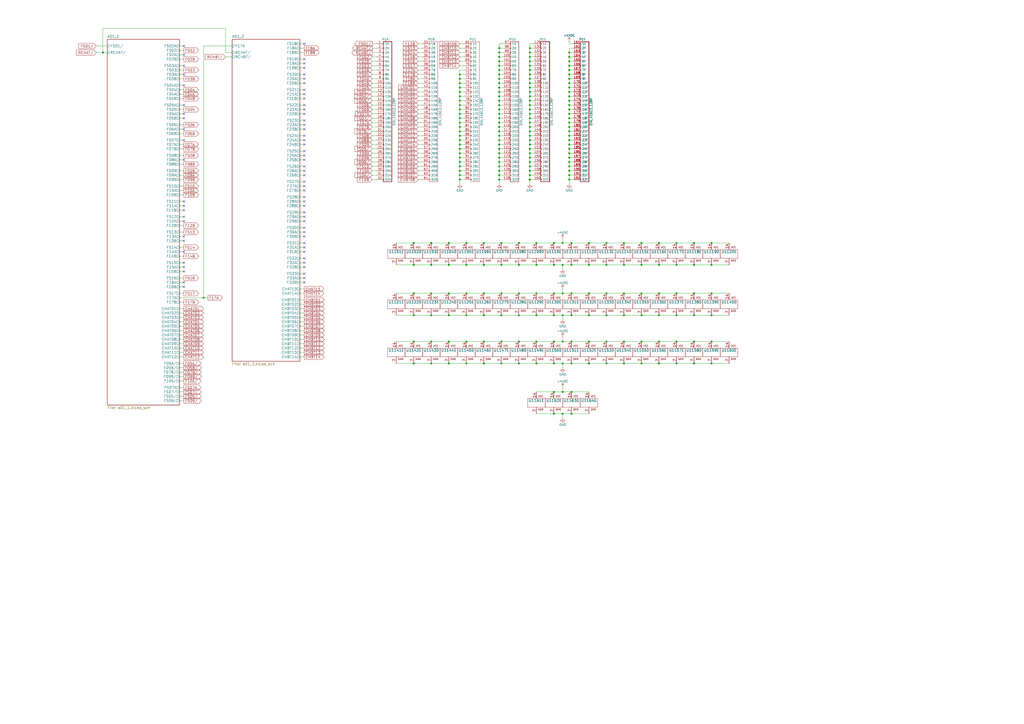
<source format=kicad_sch>
(kicad_sch (version 20211123) (generator eeschema)
  (paper "A2")
  (junction (at 330.2 53.34))
  (junction (at 392.43 153.67))
  (junction (at 300.99 140.97))
  (junction (at 270.51 198.12))
  (junction (at 266.7 53.34))
  (junction (at 402.59 210.82))
  (junction (at 321.31 240.03))
  (junction (at 330.2 88.9))
  (junction (at 321.31 153.67))
  (junction (at 326.39 210.82))
  (junction (at 289.56 88.9))
  (junction (at 266.7 43.18))
  (junction (at 330.2 101.6))
  (junction (at 330.2 78.74))
  (junction (at 266.7 55.88))
  (junction (at 240.03 198.12))
  (junction (at 330.2 55.88))
  (junction (at 266.7 66.04))
  (junction (at 289.56 78.74))
  (junction (at 330.2 104.14))
  (junction (at 307.34 83.82))
  (junction (at 330.2 73.66))
  (junction (at 289.56 68.58))
  (junction (at 331.47 153.67))
  (junction (at 307.34 73.66))
  (junction (at 270.51 140.97))
  (junction (at 307.34 81.28))
  (junction (at 266.7 83.82))
  (junction (at 266.7 48.26))
  (junction (at 290.83 170.18))
  (junction (at 330.2 48.26))
  (junction (at 330.2 58.42))
  (junction (at 289.56 35.56))
  (junction (at 331.47 227.33))
  (junction (at 330.2 35.56))
  (junction (at 307.34 45.72))
  (junction (at 260.35 182.88))
  (junction (at 307.34 86.36))
  (junction (at 330.2 60.96))
  (junction (at 307.34 43.18))
  (junction (at 341.63 210.82))
  (junction (at 280.67 210.82))
  (junction (at 300.99 153.67))
  (junction (at 307.34 33.02))
  (junction (at 266.7 60.96))
  (junction (at 307.34 35.56))
  (junction (at 240.03 182.88))
  (junction (at 330.2 76.2))
  (junction (at 289.56 43.18))
  (junction (at 311.15 210.82))
  (junction (at 392.43 182.88))
  (junction (at 412.75 140.97))
  (junction (at 321.31 140.97))
  (junction (at 307.34 101.6))
  (junction (at 289.56 45.72))
  (junction (at 240.03 153.67))
  (junction (at 280.67 170.18))
  (junction (at 341.63 198.12))
  (junction (at 289.56 96.52))
  (junction (at 307.34 88.9))
  (junction (at 351.79 198.12))
  (junction (at 330.2 86.36))
  (junction (at 289.56 50.8))
  (junction (at 330.2 81.28))
  (junction (at 290.83 182.88))
  (junction (at 382.27 153.67))
  (junction (at 326.39 240.03))
  (junction (at 289.56 38.1))
  (junction (at 118.11 172.72))
  (junction (at 330.2 50.8))
  (junction (at 330.2 91.44))
  (junction (at 412.75 198.12))
  (junction (at 307.34 68.58))
  (junction (at 260.35 210.82))
  (junction (at 290.83 140.97))
  (junction (at 280.67 198.12))
  (junction (at 307.34 40.64))
  (junction (at 330.2 45.72))
  (junction (at 307.34 55.88))
  (junction (at 402.59 140.97))
  (junction (at 392.43 198.12))
  (junction (at 289.56 40.64))
  (junction (at 331.47 170.18))
  (junction (at 330.2 43.18))
  (junction (at 300.99 182.88))
  (junction (at 330.2 83.82))
  (junction (at 311.15 153.67))
  (junction (at 361.95 198.12))
  (junction (at 382.27 170.18))
  (junction (at 307.34 96.52))
  (junction (at 307.34 104.14))
  (junction (at 361.95 182.88))
  (junction (at 402.59 153.67))
  (junction (at 307.34 48.26))
  (junction (at 289.56 83.82))
  (junction (at 260.35 198.12))
  (junction (at 266.7 81.28))
  (junction (at 280.67 153.67))
  (junction (at 326.39 140.97))
  (junction (at 300.99 210.82))
  (junction (at 351.79 182.88))
  (junction (at 266.7 104.14))
  (junction (at 311.15 170.18))
  (junction (at 330.2 63.5))
  (junction (at 412.75 182.88))
  (junction (at 326.39 153.67))
  (junction (at 266.7 50.8))
  (junction (at 307.34 60.96))
  (junction (at 341.63 153.67))
  (junction (at 311.15 182.88))
  (junction (at 361.95 170.18))
  (junction (at 372.11 140.97))
  (junction (at 321.31 227.33))
  (junction (at 289.56 66.04))
  (junction (at 372.11 210.82))
  (junction (at 280.67 140.97))
  (junction (at 250.19 140.97))
  (junction (at 392.43 170.18))
  (junction (at 341.63 170.18))
  (junction (at 330.2 38.1))
  (junction (at 266.7 73.66))
  (junction (at 382.27 198.12))
  (junction (at 240.03 170.18))
  (junction (at 250.19 153.67))
  (junction (at 307.34 27.94))
  (junction (at 240.03 140.97))
  (junction (at 289.56 30.48))
  (junction (at 59.69 30.48))
  (junction (at 307.34 30.48))
  (junction (at 372.11 170.18))
  (junction (at 240.03 210.82))
  (junction (at 361.95 210.82))
  (junction (at 361.95 140.97))
  (junction (at 290.83 198.12))
  (junction (at 412.75 210.82))
  (junction (at 330.2 30.48))
  (junction (at 250.19 170.18))
  (junction (at 307.34 58.42))
  (junction (at 361.95 153.67))
  (junction (at 341.63 140.97))
  (junction (at 341.63 182.88))
  (junction (at 289.56 86.36))
  (junction (at 330.2 40.64))
  (junction (at 382.27 182.88))
  (junction (at 266.7 58.42))
  (junction (at 289.56 55.88))
  (junction (at 392.43 210.82))
  (junction (at 307.34 91.44))
  (junction (at 326.39 182.88))
  (junction (at 250.19 198.12))
  (junction (at 300.99 198.12))
  (junction (at 289.56 53.34))
  (junction (at 372.11 182.88))
  (junction (at 331.47 240.03))
  (junction (at 382.27 210.82))
  (junction (at 289.56 71.12))
  (junction (at 307.34 93.98))
  (junction (at 266.7 93.98))
  (junction (at 331.47 198.12))
  (junction (at 330.2 66.04))
  (junction (at 326.39 227.33))
  (junction (at 321.31 210.82))
  (junction (at 351.79 210.82))
  (junction (at 289.56 73.66))
  (junction (at 321.31 198.12))
  (junction (at 300.99 170.18))
  (junction (at 289.56 48.26))
  (junction (at 266.7 86.36))
  (junction (at 412.75 170.18))
  (junction (at 330.2 96.52))
  (junction (at 331.47 210.82))
  (junction (at 311.15 140.97))
  (junction (at 280.67 182.88))
  (junction (at 266.7 45.72))
  (junction (at 402.59 198.12))
  (junction (at 372.11 198.12))
  (junction (at 307.34 50.8))
  (junction (at 412.75 153.67))
  (junction (at 289.56 104.14))
  (junction (at 307.34 78.74))
  (junction (at 307.34 71.12))
  (junction (at 289.56 101.6))
  (junction (at 266.7 76.2))
  (junction (at 289.56 58.42))
  (junction (at 307.34 76.2))
  (junction (at 250.19 210.82))
  (junction (at 402.59 182.88))
  (junction (at 326.39 170.18))
  (junction (at 331.47 140.97))
  (junction (at 289.56 99.06))
  (junction (at 250.19 182.88))
  (junction (at 330.2 93.98))
  (junction (at 266.7 71.12))
  (junction (at 289.56 60.96))
  (junction (at 307.34 38.1))
  (junction (at 266.7 63.5))
  (junction (at 266.7 99.06))
  (junction (at 402.59 170.18))
  (junction (at 266.7 96.52))
  (junction (at 290.83 210.82))
  (junction (at 266.7 91.44))
  (junction (at 289.56 93.98))
  (junction (at 382.27 140.97))
  (junction (at 307.34 66.04))
  (junction (at 330.2 33.02))
  (junction (at 289.56 91.44))
  (junction (at 289.56 27.94))
  (junction (at 266.7 101.6))
  (junction (at 266.7 88.9))
  (junction (at 266.7 68.58))
  (junction (at 307.34 99.06))
  (junction (at 270.51 170.18))
  (junction (at 260.35 140.97))
  (junction (at 351.79 170.18))
  (junction (at 372.11 153.67))
  (junction (at 270.51 153.67))
  (junction (at 331.47 182.88))
  (junction (at 321.31 170.18))
  (junction (at 289.56 63.5))
  (junction (at 392.43 140.97))
  (junction (at 260.35 170.18))
  (junction (at 289.56 81.28))
  (junction (at 266.7 78.74))
  (junction (at 330.2 68.58))
  (junction (at 260.35 153.67))
  (junction (at 321.31 182.88))
  (junction (at 270.51 210.82))
  (junction (at 270.51 182.88))
  (junction (at 326.39 198.12))
  (junction (at 351.79 140.97))
  (junction (at 330.2 99.06))
  (junction (at 289.56 33.02))
  (junction (at 351.79 153.67))
  (junction (at 307.34 53.34))
  (junction (at 289.56 76.2))
  (junction (at 307.34 63.5))
  (junction (at 311.15 198.12))
  (junction (at 330.2 71.12))
  (junction (at 290.83 153.67))
  (no_connect (at 176.53 132.08))
  (no_connect (at 106.68 121.92))
  (no_connect (at 106.68 152.4))
  (no_connect (at 176.53 81.28))
  (no_connect (at 176.53 134.62))
  (no_connect (at 106.68 38.1))
  (no_connect (at 106.68 26.67))
  (no_connect (at 176.53 99.06))
  (no_connect (at 176.53 101.6))
  (no_connect (at 106.68 116.84))
  (no_connect (at 176.53 123.19))
  (no_connect (at 176.53 57.15))
  (no_connect (at 106.68 125.73))
  (no_connect (at 176.53 87.63))
  (no_connect (at 176.53 45.72))
  (no_connect (at 176.53 36.83))
  (no_connect (at 176.53 52.07))
  (no_connect (at 176.53 119.38))
  (no_connect (at 176.53 43.18))
  (no_connect (at 176.53 78.74))
  (no_connect (at 176.53 116.84))
  (no_connect (at 176.53 96.52))
  (no_connect (at 176.53 39.37))
  (no_connect (at 176.53 25.4))
  (no_connect (at 176.53 146.05))
  (no_connect (at 106.68 74.93))
  (no_connect (at 176.53 54.61))
  (no_connect (at 176.53 66.04))
  (no_connect (at 176.53 74.93))
  (no_connect (at 176.53 114.3))
  (no_connect (at 106.68 81.28))
  (no_connect (at 176.53 137.16))
  (no_connect (at 106.68 66.04))
  (no_connect (at 106.68 146.05))
  (no_connect (at 106.68 92.71))
  (no_connect (at 176.53 90.17))
  (no_connect (at 176.53 154.94))
  (no_connect (at 176.53 69.85))
  (no_connect (at 106.68 157.48))
  (no_connect (at 176.53 110.49))
  (no_connect (at 176.53 152.4))
  (no_connect (at 106.68 68.58))
  (no_connect (at 106.68 43.18))
  (no_connect (at 176.53 161.29))
  (no_connect (at 106.68 139.7))
  (no_connect (at 176.53 140.97))
  (no_connect (at 106.68 166.37))
  (no_connect (at 176.53 63.5))
  (no_connect (at 176.53 128.27))
  (no_connect (at 106.68 137.16))
  (no_connect (at 106.68 128.27))
  (no_connect (at 106.68 154.94))
  (no_connect (at 176.53 72.39))
  (no_connect (at 106.68 60.96))
  (no_connect (at 176.53 92.71))
  (no_connect (at 176.53 34.29))
  (no_connect (at 106.68 163.83))
  (no_connect (at 176.53 48.26))
  (no_connect (at 106.68 49.53))
  (no_connect (at 176.53 125.73))
  (no_connect (at 176.53 143.51))
  (no_connect (at 176.53 83.82))
  (no_connect (at 176.53 60.96))
  (no_connect (at 176.53 163.83))
  (no_connect (at 176.53 158.75))
  (no_connect (at 106.68 31.75))
  (no_connect (at 176.53 107.95))
  (no_connect (at 176.53 149.86))
  (no_connect (at 176.53 105.41))
  (no_connect (at 106.68 119.38))
  (wire (pts (xy 59.69 16.51) (xy 130.81 16.51)))
  (wire (pts (xy 289.56 40.64) (xy 292.1 40.64)))
  (wire (pts (xy 326.39 182.88) (xy 331.47 182.88)))
  (wire (pts (xy 266.7 66.04) (xy 266.7 68.58)))
  (wire (pts (xy 330.2 93.98) (xy 332.74 93.98)))
  (wire (pts (xy 307.34 101.6) (xy 307.34 104.14)))
  (wire (pts (xy 280.67 182.88) (xy 290.83 182.88)))
  (wire (pts (xy 106.68 204.47) (xy 104.14 204.47)))
  (wire (pts (xy 307.34 30.48) (xy 309.88 30.48)))
  (wire (pts (xy 330.2 96.52) (xy 330.2 99.06)))
  (wire (pts (xy 118.11 172.72) (xy 120.65 172.72)))
  (wire (pts (xy 266.7 81.28) (xy 269.24 81.28)))
  (wire (pts (xy 331.47 153.67) (xy 341.63 153.67)))
  (wire (pts (xy 382.27 170.18) (xy 392.43 170.18)))
  (wire (pts (xy 289.56 45.72) (xy 289.56 48.26)))
  (wire (pts (xy 266.7 35.56) (xy 269.24 35.56)))
  (wire (pts (xy 106.68 139.7) (xy 104.14 139.7)))
  (wire (pts (xy 289.56 83.82) (xy 289.56 86.36)))
  (wire (pts (xy 307.34 76.2) (xy 309.88 76.2)))
  (wire (pts (xy 289.56 78.74) (xy 289.56 81.28)))
  (wire (pts (xy 330.2 86.36) (xy 332.74 86.36)))
  (wire (pts (xy 242.57 63.5) (xy 245.11 63.5)))
  (wire (pts (xy 242.57 68.58) (xy 245.11 68.58)))
  (wire (pts (xy 218.44 50.8) (xy 215.9 50.8)))
  (wire (pts (xy 290.83 153.67) (xy 300.99 153.67)))
  (wire (pts (xy 266.7 83.82) (xy 266.7 86.36)))
  (wire (pts (xy 266.7 76.2) (xy 269.24 76.2)))
  (wire (pts (xy 266.7 55.88) (xy 266.7 58.42)))
  (wire (pts (xy 176.53 163.83) (xy 173.99 163.83)))
  (wire (pts (xy 106.68 45.72) (xy 104.14 45.72)))
  (wire (pts (xy 392.43 210.82) (xy 402.59 210.82)))
  (wire (pts (xy 307.34 27.94) (xy 307.34 30.48)))
  (wire (pts (xy 289.56 38.1) (xy 289.56 40.64)))
  (wire (pts (xy 300.99 198.12) (xy 311.15 198.12)))
  (wire (pts (xy 330.2 88.9) (xy 332.74 88.9)))
  (wire (pts (xy 173.99 105.41) (xy 176.53 105.41)))
  (wire (pts (xy 341.63 182.88) (xy 351.79 182.88)))
  (wire (pts (xy 104.14 229.87) (xy 106.68 229.87)))
  (wire (pts (xy 173.99 96.52) (xy 176.53 96.52)))
  (wire (pts (xy 392.43 140.97) (xy 402.59 140.97)))
  (wire (pts (xy 245.11 43.18) (xy 242.57 43.18)))
  (wire (pts (xy 266.7 68.58) (xy 269.24 68.58)))
  (wire (pts (xy 289.56 63.5) (xy 292.1 63.5)))
  (wire (pts (xy 289.56 91.44) (xy 289.56 93.98)))
  (wire (pts (xy 307.34 45.72) (xy 309.88 45.72)))
  (wire (pts (xy 173.99 132.08) (xy 176.53 132.08)))
  (wire (pts (xy 402.59 140.97) (xy 412.75 140.97)))
  (wire (pts (xy 218.44 45.72) (xy 215.9 45.72)))
  (wire (pts (xy 326.39 140.97) (xy 331.47 140.97)))
  (wire (pts (xy 270.51 182.88) (xy 280.67 182.88)))
  (wire (pts (xy 289.56 96.52) (xy 289.56 99.06)))
  (wire (pts (xy 330.2 101.6) (xy 330.2 104.14)))
  (wire (pts (xy 289.56 78.74) (xy 292.1 78.74)))
  (wire (pts (xy 266.7 55.88) (xy 269.24 55.88)))
  (wire (pts (xy 266.7 99.06) (xy 266.7 101.6)))
  (wire (pts (xy 104.14 90.17) (xy 106.68 90.17)))
  (wire (pts (xy 176.53 186.69) (xy 173.99 186.69)))
  (wire (pts (xy 289.56 48.26) (xy 289.56 50.8)))
  (wire (pts (xy 307.34 78.74) (xy 309.88 78.74)))
  (wire (pts (xy 218.44 73.66) (xy 215.9 73.66)))
  (wire (pts (xy 289.56 58.42) (xy 289.56 60.96)))
  (wire (pts (xy 321.31 153.67) (xy 326.39 153.67)))
  (wire (pts (xy 289.56 99.06) (xy 289.56 101.6)))
  (wire (pts (xy 55.88 30.48) (xy 59.69 30.48)))
  (wire (pts (xy 330.2 33.02) (xy 332.74 33.02)))
  (wire (pts (xy 330.2 45.72) (xy 332.74 45.72)))
  (wire (pts (xy 242.57 66.04) (xy 245.11 66.04)))
  (wire (pts (xy 270.51 170.18) (xy 280.67 170.18)))
  (wire (pts (xy 289.56 55.88) (xy 292.1 55.88)))
  (wire (pts (xy 402.59 210.82) (xy 412.75 210.82)))
  (wire (pts (xy 229.87 140.97) (xy 240.03 140.97)))
  (wire (pts (xy 106.68 137.16) (xy 104.14 137.16)))
  (wire (pts (xy 266.7 58.42) (xy 266.7 60.96)))
  (wire (pts (xy 311.15 153.67) (xy 321.31 153.67)))
  (wire (pts (xy 176.53 201.93) (xy 173.99 201.93)))
  (wire (pts (xy 266.7 40.64) (xy 269.24 40.64)))
  (wire (pts (xy 173.99 114.3) (xy 176.53 114.3)))
  (wire (pts (xy 289.56 60.96) (xy 289.56 63.5)))
  (wire (pts (xy 218.44 96.52) (xy 215.9 96.52)))
  (wire (pts (xy 106.68 207.01) (xy 104.14 207.01)))
  (wire (pts (xy 218.44 76.2) (xy 215.9 76.2)))
  (wire (pts (xy 330.2 58.42) (xy 330.2 60.96)))
  (wire (pts (xy 266.7 101.6) (xy 269.24 101.6)))
  (wire (pts (xy 307.34 83.82) (xy 307.34 86.36)))
  (wire (pts (xy 176.53 36.83) (xy 173.99 36.83)))
  (wire (pts (xy 289.56 76.2) (xy 292.1 76.2)))
  (wire (pts (xy 134.62 33.02) (xy 130.81 33.02)))
  (wire (pts (xy 266.7 73.66) (xy 269.24 73.66)))
  (wire (pts (xy 326.39 198.12) (xy 331.47 198.12)))
  (wire (pts (xy 392.43 182.88) (xy 402.59 182.88)))
  (wire (pts (xy 330.2 71.12) (xy 330.2 73.66)))
  (wire (pts (xy 289.56 101.6) (xy 292.1 101.6)))
  (wire (pts (xy 266.7 68.58) (xy 266.7 71.12)))
  (wire (pts (xy 106.68 154.94) (xy 104.14 154.94)))
  (wire (pts (xy 229.87 182.88) (xy 240.03 182.88)))
  (wire (pts (xy 330.2 71.12) (xy 332.74 71.12)))
  (wire (pts (xy 106.68 54.61) (xy 104.14 54.61)))
  (wire (pts (xy 289.56 71.12) (xy 289.56 73.66)))
  (wire (pts (xy 229.87 210.82) (xy 240.03 210.82)))
  (wire (pts (xy 106.68 170.18) (xy 104.14 170.18)))
  (wire (pts (xy 266.7 96.52) (xy 266.7 99.06)))
  (wire (pts (xy 266.7 40.64) (xy 266.7 43.18)))
  (wire (pts (xy 330.2 68.58) (xy 330.2 71.12)))
  (wire (pts (xy 330.2 101.6) (xy 332.74 101.6)))
  (wire (pts (xy 330.2 91.44) (xy 332.74 91.44)))
  (wire (pts (xy 176.53 116.84) (xy 173.99 116.84)))
  (wire (pts (xy 242.57 91.44) (xy 245.11 91.44)))
  (wire (pts (xy 330.2 76.2) (xy 332.74 76.2)))
  (wire (pts (xy 104.14 232.41) (xy 106.68 232.41)))
  (wire (pts (xy 290.83 210.82) (xy 300.99 210.82)))
  (wire (pts (xy 330.2 50.8) (xy 330.2 53.34)))
  (wire (pts (xy 176.53 63.5) (xy 173.99 63.5)))
  (wire (pts (xy 326.39 140.97) (xy 326.39 138.43)))
  (wire (pts (xy 240.03 153.67) (xy 250.19 153.67)))
  (wire (pts (xy 266.7 25.4) (xy 269.24 25.4)))
  (wire (pts (xy 104.14 218.44) (xy 106.68 218.44)))
  (wire (pts (xy 215.9 38.1) (xy 218.44 38.1)))
  (wire (pts (xy 289.56 76.2) (xy 289.56 78.74)))
  (wire (pts (xy 289.56 104.14) (xy 292.1 104.14)))
  (wire (pts (xy 372.11 182.88) (xy 382.27 182.88)))
  (wire (pts (xy 104.14 38.1) (xy 106.68 38.1)))
  (wire (pts (xy 218.44 86.36) (xy 215.9 86.36)))
  (wire (pts (xy 242.57 86.36) (xy 245.11 86.36)))
  (wire (pts (xy 307.34 66.04) (xy 307.34 68.58)))
  (wire (pts (xy 266.7 101.6) (xy 266.7 104.14)))
  (wire (pts (xy 260.35 210.82) (xy 270.51 210.82)))
  (wire (pts (xy 412.75 170.18) (xy 422.91 170.18)))
  (wire (pts (xy 289.56 68.58) (xy 292.1 68.58)))
  (wire (pts (xy 382.27 182.88) (xy 392.43 182.88)))
  (wire (pts (xy 330.2 50.8) (xy 332.74 50.8)))
  (wire (pts (xy 307.34 45.72) (xy 307.34 48.26)))
  (wire (pts (xy 307.34 91.44) (xy 309.88 91.44)))
  (wire (pts (xy 245.11 38.1) (xy 242.57 38.1)))
  (wire (pts (xy 176.53 167.64) (xy 173.99 167.64)))
  (wire (pts (xy 331.47 140.97) (xy 341.63 140.97)))
  (wire (pts (xy 242.57 88.9) (xy 245.11 88.9)))
  (wire (pts (xy 104.14 83.82) (xy 106.68 83.82)))
  (wire (pts (xy 412.75 182.88) (xy 422.91 182.88)))
  (wire (pts (xy 266.7 104.14) (xy 266.7 106.68)))
  (wire (pts (xy 292.1 27.94) (xy 289.56 27.94)))
  (wire (pts (xy 176.53 107.95) (xy 173.99 107.95)))
  (wire (pts (xy 289.56 33.02) (xy 289.56 35.56)))
  (wire (pts (xy 106.68 31.75) (xy 104.14 31.75)))
  (wire (pts (xy 326.39 227.33) (xy 326.39 224.79)))
  (wire (pts (xy 361.95 210.82) (xy 372.11 210.82)))
  (wire (pts (xy 330.2 60.96) (xy 332.74 60.96)))
  (wire (pts (xy 392.43 170.18) (xy 402.59 170.18)))
  (wire (pts (xy 289.56 45.72) (xy 292.1 45.72)))
  (wire (pts (xy 176.53 194.31) (xy 173.99 194.31)))
  (wire (pts (xy 311.15 210.82) (xy 321.31 210.82)))
  (wire (pts (xy 218.44 104.14) (xy 215.9 104.14)))
  (wire (pts (xy 266.7 66.04) (xy 269.24 66.04)))
  (wire (pts (xy 351.79 140.97) (xy 361.95 140.97)))
  (wire (pts (xy 106.68 130.81) (xy 104.14 130.81)))
  (wire (pts (xy 330.2 25.4) (xy 330.2 24.13)))
  (wire (pts (xy 307.34 50.8) (xy 307.34 53.34)))
  (wire (pts (xy 266.7 53.34) (xy 266.7 55.88)))
  (wire (pts (xy 330.2 91.44) (xy 330.2 93.98)))
  (wire (pts (xy 330.2 73.66) (xy 332.74 73.66)))
  (wire (pts (xy 266.7 48.26) (xy 266.7 50.8)))
  (wire (pts (xy 326.39 153.67) (xy 331.47 153.67)))
  (wire (pts (xy 307.34 40.64) (xy 309.88 40.64)))
  (wire (pts (xy 289.56 25.4) (xy 289.56 27.94)))
  (wire (pts (xy 326.39 153.67) (xy 326.39 156.21)))
  (wire (pts (xy 330.2 66.04) (xy 330.2 68.58)))
  (wire (pts (xy 330.2 60.96) (xy 330.2 63.5)))
  (wire (pts (xy 307.34 104.14) (xy 309.88 104.14)))
  (wire (pts (xy 173.99 34.29) (xy 176.53 34.29)))
  (wire (pts (xy 307.34 91.44) (xy 307.34 93.98)))
  (wire (pts (xy 173.99 25.4) (xy 176.53 25.4)))
  (wire (pts (xy 266.7 45.72) (xy 266.7 48.26)))
  (wire (pts (xy 289.56 68.58) (xy 289.56 71.12)))
  (wire (pts (xy 173.99 43.18) (xy 176.53 43.18)))
  (wire (pts (xy 330.2 38.1) (xy 330.2 40.64)))
  (wire (pts (xy 289.56 53.34) (xy 289.56 55.88)))
  (wire (pts (xy 242.57 96.52) (xy 245.11 96.52)))
  (wire (pts (xy 382.27 153.67) (xy 392.43 153.67)))
  (wire (pts (xy 266.7 33.02) (xy 269.24 33.02)))
  (wire (pts (xy 289.56 86.36) (xy 289.56 88.9)))
  (wire (pts (xy 106.68 110.49) (xy 104.14 110.49)))
  (wire (pts (xy 326.39 170.18) (xy 326.39 167.64)))
  (wire (pts (xy 330.2 43.18) (xy 332.74 43.18)))
  (wire (pts (xy 106.68 119.38) (xy 104.14 119.38)))
  (wire (pts (xy 330.2 43.18) (xy 330.2 45.72)))
  (wire (pts (xy 270.51 210.82) (xy 280.67 210.82)))
  (wire (pts (xy 307.34 63.5) (xy 309.88 63.5)))
  (wire (pts (xy 330.2 88.9) (xy 330.2 91.44)))
  (wire (pts (xy 266.7 63.5) (xy 266.7 66.04)))
  (wire (pts (xy 330.2 27.94) (xy 330.2 30.48)))
  (wire (pts (xy 250.19 140.97) (xy 260.35 140.97)))
  (wire (pts (xy 331.47 182.88) (xy 341.63 182.88)))
  (wire (pts (xy 104.14 172.72) (xy 118.11 172.72)))
  (wire (pts (xy 331.47 227.33) (xy 341.63 227.33)))
  (wire (pts (xy 104.14 161.29) (xy 106.68 161.29)))
  (wire (pts (xy 266.7 71.12) (xy 266.7 73.66)))
  (wire (pts (xy 326.39 227.33) (xy 331.47 227.33)))
  (wire (pts (xy 307.34 81.28) (xy 309.88 81.28)))
  (wire (pts (xy 332.74 30.48) (xy 330.2 30.48)))
  (wire (pts (xy 176.53 48.26) (xy 173.99 48.26)))
  (wire (pts (xy 260.35 153.67) (xy 270.51 153.67)))
  (wire (pts (xy 104.14 215.9) (xy 106.68 215.9)))
  (wire (pts (xy 307.34 81.28) (xy 307.34 83.82)))
  (wire (pts (xy 218.44 48.26) (xy 215.9 48.26)))
  (wire (pts (xy 104.14 72.39) (xy 106.68 72.39)))
  (wire (pts (xy 176.53 170.18) (xy 173.99 170.18)))
  (wire (pts (xy 215.9 43.18) (xy 218.44 43.18)))
  (wire (pts (xy 307.34 76.2) (xy 307.34 78.74)))
  (wire (pts (xy 215.9 33.02) (xy 218.44 33.02)))
  (wire (pts (xy 130.81 16.51) (xy 130.81 30.48)))
  (wire (pts (xy 351.79 198.12) (xy 361.95 198.12)))
  (wire (pts (xy 266.7 60.96) (xy 266.7 63.5)))
  (wire (pts (xy 330.2 81.28) (xy 332.74 81.28)))
  (wire (pts (xy 332.74 27.94) (xy 330.2 27.94)))
  (wire (pts (xy 242.57 93.98) (xy 245.11 93.98)))
  (wire (pts (xy 321.31 170.18) (xy 326.39 170.18)))
  (wire (pts (xy 266.7 71.12) (xy 269.24 71.12)))
  (wire (pts (xy 266.7 58.42) (xy 269.24 58.42)))
  (wire (pts (xy 307.34 88.9) (xy 307.34 91.44)))
  (wire (pts (xy 250.19 210.82) (xy 260.35 210.82)))
  (wire (pts (xy 307.34 99.06) (xy 307.34 101.6)))
  (wire (pts (xy 372.11 140.97) (xy 382.27 140.97)))
  (wire (pts (xy 330.2 76.2) (xy 330.2 78.74)))
  (wire (pts (xy 266.7 50.8) (xy 266.7 53.34)))
  (wire (pts (xy 104.14 49.53) (xy 106.68 49.53)))
  (wire (pts (xy 330.2 48.26) (xy 330.2 50.8)))
  (wire (pts (xy 106.68 66.04) (xy 104.14 66.04)))
  (wire (pts (xy 330.2 30.48) (xy 330.2 33.02)))
  (wire (pts (xy 176.53 92.71) (xy 173.99 92.71)))
  (wire (pts (xy 330.2 66.04) (xy 332.74 66.04)))
  (wire (pts (xy 270.51 153.67) (xy 280.67 153.67)))
  (wire (pts (xy 118.11 172.72) (xy 118.11 26.67)))
  (wire (pts (xy 250.19 198.12) (xy 260.35 198.12)))
  (wire (pts (xy 106.68 34.29) (xy 104.14 34.29)))
  (wire (pts (xy 289.56 96.52) (xy 292.1 96.52)))
  (wire (pts (xy 361.95 198.12) (xy 372.11 198.12)))
  (wire (pts (xy 326.39 240.03) (xy 331.47 240.03)))
  (wire (pts (xy 330.2 99.06) (xy 332.74 99.06)))
  (wire (pts (xy 290.83 198.12) (xy 300.99 198.12)))
  (wire (pts (xy 331.47 210.82) (xy 341.63 210.82)))
  (wire (pts (xy 326.39 182.88) (xy 326.39 185.42)))
  (wire (pts (xy 307.34 104.14) (xy 307.34 106.68)))
  (wire (pts (xy 289.56 99.06) (xy 292.1 99.06)))
  (wire (pts (xy 307.34 55.88) (xy 307.34 58.42)))
  (wire (pts (xy 242.57 78.74) (xy 245.11 78.74)))
  (wire (pts (xy 242.57 99.06) (xy 245.11 99.06)))
  (wire (pts (xy 307.34 48.26) (xy 309.88 48.26)))
  (wire (pts (xy 372.11 210.82) (xy 382.27 210.82)))
  (wire (pts (xy 242.57 83.82) (xy 245.11 83.82)))
  (wire (pts (xy 402.59 198.12) (xy 412.75 198.12)))
  (wire (pts (xy 382.27 198.12) (xy 392.43 198.12)))
  (wire (pts (xy 372.11 170.18) (xy 382.27 170.18)))
  (wire (pts (xy 300.99 140.97) (xy 311.15 140.97)))
  (wire (pts (xy 289.56 101.6) (xy 289.56 104.14)))
  (wire (pts (xy 289.56 73.66) (xy 289.56 76.2)))
  (wire (pts (xy 307.34 99.06) (xy 309.88 99.06)))
  (wire (pts (xy 218.44 78.74) (xy 215.9 78.74)))
  (wire (pts (xy 330.2 63.5) (xy 330.2 66.04)))
  (wire (pts (xy 176.53 134.62) (xy 173.99 134.62)))
  (wire (pts (xy 289.56 93.98) (xy 292.1 93.98)))
  (wire (pts (xy 104.14 227.33) (xy 106.68 227.33)))
  (wire (pts (xy 176.53 191.77) (xy 173.99 191.77)))
  (wire (pts (xy 361.95 170.18) (xy 372.11 170.18)))
  (wire (pts (xy 176.53 99.06) (xy 173.99 99.06)))
  (wire (pts (xy 289.56 35.56) (xy 289.56 38.1)))
  (wire (pts (xy 307.34 55.88) (xy 309.88 55.88)))
  (wire (pts (xy 307.34 25.4) (xy 307.34 27.94)))
  (wire (pts (xy 176.53 179.07) (xy 173.99 179.07)))
  (wire (pts (xy 218.44 71.12) (xy 215.9 71.12)))
  (wire (pts (xy 289.56 91.44) (xy 292.1 91.44)))
  (wire (pts (xy 307.34 38.1) (xy 307.34 40.64)))
  (wire (pts (xy 321.31 227.33) (xy 326.39 227.33)))
  (wire (pts (xy 290.83 170.18) (xy 300.99 170.18)))
  (wire (pts (xy 176.53 39.37) (xy 173.99 39.37)))
  (wire (pts (xy 176.53 189.23) (xy 173.99 189.23)))
  (wire (pts (xy 104.14 213.36) (xy 106.68 213.36)))
  (wire (pts (xy 176.53 204.47) (xy 173.99 204.47)))
  (wire (pts (xy 130.81 30.48) (xy 134.62 30.48)))
  (wire (pts (xy 402.59 182.88) (xy 412.75 182.88)))
  (wire (pts (xy 266.7 104.14) (xy 269.24 104.14)))
  (wire (pts (xy 104.14 116.84) (xy 106.68 116.84)))
  (wire (pts (xy 289.56 53.34) (xy 292.1 53.34)))
  (wire (pts (xy 176.53 137.16) (xy 173.99 137.16)))
  (wire (pts (xy 250.19 153.67) (xy 260.35 153.67)))
  (wire (pts (xy 176.53 154.94) (xy 173.99 154.94)))
  (wire (pts (xy 330.2 83.82) (xy 330.2 86.36)))
  (wire (pts (xy 245.11 48.26) (xy 242.57 48.26)))
  (wire (pts (xy 176.53 146.05) (xy 173.99 146.05)))
  (wire (pts (xy 289.56 50.8) (xy 289.56 53.34)))
  (wire (pts (xy 215.9 99.06) (xy 218.44 99.06)))
  (wire (pts (xy 218.44 83.82) (xy 215.9 83.82)))
  (wire (pts (xy 307.34 83.82) (xy 309.88 83.82)))
  (wire (pts (xy 330.2 93.98) (xy 330.2 96.52)))
  (wire (pts (xy 307.34 93.98) (xy 307.34 96.52)))
  (wire (pts (xy 215.9 91.44) (xy 218.44 91.44)))
  (wire (pts (xy 321.31 182.88) (xy 326.39 182.88)))
  (wire (pts (xy 341.63 153.67) (xy 351.79 153.67)))
  (wire (pts (xy 266.7 43.18) (xy 266.7 45.72)))
  (wire (pts (xy 260.35 170.18) (xy 270.51 170.18)))
  (wire (pts (xy 106.68 95.25) (xy 104.14 95.25)))
  (wire (pts (xy 266.7 78.74) (xy 266.7 81.28)))
  (wire (pts (xy 289.56 58.42) (xy 292.1 58.42)))
  (wire (pts (xy 402.59 170.18) (xy 412.75 170.18)))
  (wire (pts (xy 289.56 66.04) (xy 289.56 68.58)))
  (wire (pts (xy 321.31 198.12) (xy 326.39 198.12)))
  (wire (pts (xy 176.53 27.94) (xy 173.99 27.94)))
  (wire (pts (xy 266.7 50.8) (xy 269.24 50.8)))
  (wire (pts (xy 250.19 182.88) (xy 260.35 182.88)))
  (wire (pts (xy 300.99 170.18) (xy 311.15 170.18)))
  (wire (pts (xy 104.14 224.79) (xy 106.68 224.79)))
  (wire (pts (xy 307.34 48.26) (xy 307.34 50.8)))
  (wire (pts (xy 106.68 74.93) (xy 104.14 74.93)))
  (wire (pts (xy 307.34 93.98) (xy 309.88 93.98)))
  (wire (pts (xy 289.56 73.66) (xy 292.1 73.66)))
  (wire (pts (xy 173.99 69.85) (xy 176.53 69.85)))
  (wire (pts (xy 330.2 104.14) (xy 332.74 104.14)))
  (wire (pts (xy 307.34 60.96) (xy 309.88 60.96)))
  (wire (pts (xy 176.53 176.53) (xy 173.99 176.53)))
  (wire (pts (xy 289.56 83.82) (xy 292.1 83.82)))
  (wire (pts (xy 218.44 58.42) (xy 215.9 58.42)))
  (wire (pts (xy 106.68 77.47) (xy 104.14 77.47)))
  (wire (pts (xy 382.27 210.82) (xy 392.43 210.82)))
  (wire (pts (xy 307.34 78.74) (xy 307.34 81.28)))
  (wire (pts (xy 311.15 182.88) (xy 321.31 182.88)))
  (wire (pts (xy 266.7 63.5) (xy 269.24 63.5)))
  (wire (pts (xy 311.15 198.12) (xy 321.31 198.12)))
  (wire (pts (xy 240.03 182.88) (xy 250.19 182.88)))
  (wire (pts (xy 106.68 128.27) (xy 104.14 128.27)))
  (wire (pts (xy 245.11 27.94) (xy 242.57 27.94)))
  (wire (pts (xy 307.34 73.66) (xy 309.88 73.66)))
  (wire (pts (xy 104.14 107.95) (xy 106.68 107.95)))
  (wire (pts (xy 330.2 78.74) (xy 330.2 81.28)))
  (wire (pts (xy 307.34 50.8) (xy 309.88 50.8)))
  (wire (pts (xy 218.44 68.58) (xy 215.9 68.58)))
  (wire (pts (xy 307.34 68.58) (xy 307.34 71.12)))
  (wire (pts (xy 307.34 96.52) (xy 309.88 96.52)))
  (wire (pts (xy 326.39 210.82) (xy 331.47 210.82)))
  (wire (pts (xy 270.51 140.97) (xy 280.67 140.97)))
  (wire (pts (xy 104.14 81.28) (xy 106.68 81.28)))
  (wire (pts (xy 176.53 173.99) (xy 173.99 173.99)))
  (wire (pts (xy 245.11 30.48) (xy 242.57 30.48)))
  (wire (pts (xy 341.63 140.97) (xy 351.79 140.97)))
  (wire (pts (xy 242.57 104.14) (xy 245.11 104.14)))
  (wire (pts (xy 330.2 35.56) (xy 332.74 35.56)))
  (wire (pts (xy 176.53 207.01) (xy 173.99 207.01)))
  (wire (pts (xy 176.53 72.39) (xy 173.99 72.39)))
  (wire (pts (xy 289.56 38.1) (xy 292.1 38.1)))
  (wire (pts (xy 330.2 38.1) (xy 332.74 38.1)))
  (wire (pts (xy 307.34 86.36) (xy 309.88 86.36)))
  (wire (pts (xy 218.44 101.6) (xy 215.9 101.6)))
  (wire (pts (xy 307.34 43.18) (xy 309.88 43.18)))
  (wire (pts (xy 173.99 87.63) (xy 176.53 87.63)))
  (wire (pts (xy 245.11 40.64) (xy 242.57 40.64)))
  (wire (pts (xy 266.7 99.06) (xy 269.24 99.06)))
  (wire (pts (xy 266.7 86.36) (xy 266.7 88.9)))
  (wire (pts (xy 176.53 57.15) (xy 173.99 57.15)))
  (wire (pts (xy 242.57 101.6) (xy 245.11 101.6)))
  (wire (pts (xy 289.56 88.9) (xy 289.56 91.44)))
  (wire (pts (xy 59.69 30.48) (xy 62.23 30.48)))
  (wire (pts (xy 309.88 25.4) (xy 307.34 25.4)))
  (wire (pts (xy 173.99 158.75) (xy 176.53 158.75)))
  (wire (pts (xy 106.68 191.77) (xy 104.14 191.77)))
  (wire (pts (xy 307.34 35.56) (xy 309.88 35.56)))
  (wire (pts (xy 266.7 86.36) (xy 269.24 86.36)))
  (wire (pts (xy 106.68 181.61) (xy 104.14 181.61)))
  (wire (pts (xy 106.68 86.36) (xy 104.14 86.36)))
  (wire (pts (xy 307.34 101.6) (xy 309.88 101.6)))
  (wire (pts (xy 240.03 170.18) (xy 250.19 170.18)))
  (wire (pts (xy 104.14 60.96) (xy 106.68 60.96)))
  (wire (pts (xy 330.2 96.52) (xy 332.74 96.52)))
  (wire (pts (xy 412.75 140.97) (xy 422.91 140.97)))
  (wire (pts (xy 311.15 227.33) (xy 321.31 227.33)))
  (wire (pts (xy 106.68 146.05) (xy 104.14 146.05)))
  (wire (pts (xy 106.68 166.37) (xy 104.14 166.37)))
  (wire (pts (xy 341.63 198.12) (xy 351.79 198.12)))
  (wire (pts (xy 266.7 91.44) (xy 266.7 93.98)))
  (wire (pts (xy 242.57 71.12) (xy 245.11 71.12)))
  (wire (pts (xy 215.9 25.4) (xy 218.44 25.4)))
  (wire (pts (xy 266.7 73.66) (xy 266.7 76.2)))
  (wire (pts (xy 326.39 170.18) (xy 331.47 170.18)))
  (wire (pts (xy 289.56 30.48) (xy 289.56 33.02)))
  (wire (pts (xy 330.2 63.5) (xy 332.74 63.5)))
  (wire (pts (xy 106.68 196.85) (xy 104.14 196.85)))
  (wire (pts (xy 266.7 88.9) (xy 266.7 91.44)))
  (wire (pts (xy 176.53 125.73) (xy 173.99 125.73)))
  (wire (pts (xy 240.03 210.82) (xy 250.19 210.82)))
  (wire (pts (xy 326.39 240.03) (xy 326.39 242.57)))
  (wire (pts (xy 106.68 43.18) (xy 104.14 43.18)))
  (wire (pts (xy 218.44 81.28) (xy 215.9 81.28)))
  (wire (pts (xy 289.56 86.36) (xy 292.1 86.36)))
  (wire (pts (xy 104.14 152.4) (xy 106.68 152.4)))
  (wire (pts (xy 106.68 92.71) (xy 104.14 92.71)))
  (wire (pts (xy 106.68 201.93) (xy 104.14 201.93)))
  (wire (pts (xy 351.79 182.88) (xy 361.95 182.88)))
  (wire (pts (xy 266.7 30.48) (xy 269.24 30.48)))
  (wire (pts (xy 266.7 91.44) (xy 269.24 91.44)))
  (wire (pts (xy 326.39 210.82) (xy 326.39 213.36)))
  (wire (pts (xy 330.2 48.26) (xy 332.74 48.26)))
  (wire (pts (xy 218.44 63.5) (xy 215.9 63.5)))
  (wire (pts (xy 307.34 58.42) (xy 309.88 58.42)))
  (wire (pts (xy 351.79 153.67) (xy 361.95 153.67)))
  (wire (pts (xy 307.34 43.18) (xy 307.34 45.72)))
  (wire (pts (xy 266.7 88.9) (xy 269.24 88.9)))
  (wire (pts (xy 351.79 170.18) (xy 361.95 170.18)))
  (wire (pts (xy 215.9 35.56) (xy 218.44 35.56)))
  (wire (pts (xy 307.34 40.64) (xy 307.34 43.18)))
  (wire (pts (xy 176.53 199.39) (xy 173.99 199.39)))
  (wire (pts (xy 307.34 53.34) (xy 307.34 55.88)))
  (wire (pts (xy 330.2 104.14) (xy 330.2 106.68)))
  (wire (pts (xy 330.2 35.56) (xy 330.2 38.1)))
  (wire (pts (xy 361.95 140.97) (xy 372.11 140.97)))
  (wire (pts (xy 59.69 30.48) (xy 59.69 16.51)))
  (wire (pts (xy 307.34 33.02) (xy 309.88 33.02)))
  (wire (pts (xy 307.34 66.04) (xy 309.88 66.04)))
  (wire (pts (xy 266.7 45.72) (xy 269.24 45.72)))
  (wire (pts (xy 330.2 86.36) (xy 330.2 88.9)))
  (wire (pts (xy 311.15 240.03) (xy 321.31 240.03)))
  (wire (pts (xy 351.79 210.82) (xy 361.95 210.82)))
  (wire (pts (xy 307.34 53.34) (xy 309.88 53.34)))
  (wire (pts (xy 392.43 198.12) (xy 402.59 198.12)))
  (wire (pts (xy 218.44 93.98) (xy 215.9 93.98)))
  (wire (pts (xy 300.99 182.88) (xy 311.15 182.88)))
  (wire (pts (xy 307.34 86.36) (xy 307.34 88.9)))
  (wire (pts (xy 104.14 125.73) (xy 106.68 125.73)))
  (wire (pts (xy 266.7 96.52) (xy 269.24 96.52)))
  (wire (pts (xy 242.57 81.28) (xy 245.11 81.28)))
  (wire (pts (xy 106.68 189.23) (xy 104.14 189.23)))
  (wire (pts (xy 106.68 68.58) (xy 104.14 68.58)))
  (wire (pts (xy 307.34 58.42) (xy 307.34 60.96)))
  (wire (pts (xy 215.9 30.48) (xy 218.44 30.48)))
  (wire (pts (xy 104.14 40.64) (xy 106.68 40.64)))
  (wire (pts (xy 215.9 88.9) (xy 218.44 88.9)))
  (wire (pts (xy 266.7 76.2) (xy 266.7 78.74)))
  (wire (pts (xy 307.34 73.66) (xy 307.34 76.2)))
  (wire (pts (xy 176.53 110.49) (xy 173.99 110.49)))
  (wire (pts (xy 307.34 60.96) (xy 307.34 63.5)))
  (wire (pts (xy 330.2 33.02) (xy 330.2 35.56)))
  (wire (pts (xy 289.56 104.14) (xy 289.56 106.68)))
  (wire (pts (xy 289.56 30.48) (xy 292.1 30.48)))
  (wire (pts (xy 311.15 170.18) (xy 321.31 170.18)))
  (wire (pts (xy 266.7 27.94) (xy 269.24 27.94)))
  (wire (pts (xy 176.53 45.72) (xy 173.99 45.72)))
  (wire (pts (xy 289.56 48.26) (xy 292.1 48.26)))
  (wire (pts (xy 266.7 83.82) (xy 269.24 83.82)))
  (wire (pts (xy 372.11 153.67) (xy 382.27 153.67)))
  (wire (pts (xy 289.56 55.88) (xy 289.56 58.42)))
  (wire (pts (xy 330.2 68.58) (xy 332.74 68.58)))
  (wire (pts (xy 307.34 88.9) (xy 309.88 88.9)))
  (wire (pts (xy 289.56 27.94) (xy 289.56 30.48)))
  (wire (pts (xy 106.68 194.31) (xy 104.14 194.31)))
  (wire (pts (xy 118.11 26.67) (xy 134.62 26.67)))
  (wire (pts (xy 300.99 210.82) (xy 311.15 210.82)))
  (wire (pts (xy 218.44 60.96) (xy 215.9 60.96)))
  (wire (pts (xy 250.19 170.18) (xy 260.35 170.18)))
  (wire (pts (xy 106.68 113.03) (xy 104.14 113.03)))
  (wire (pts (xy 330.2 83.82) (xy 332.74 83.82)))
  (wire (pts (xy 176.53 181.61) (xy 173.99 181.61)))
  (wire (pts (xy 266.7 60.96) (xy 269.24 60.96)))
  (wire (pts (xy 176.53 128.27) (xy 173.99 128.27)))
  (wire (pts (xy 330.2 58.42) (xy 332.74 58.42)))
  (wire (pts (xy 229.87 198.12) (xy 240.03 198.12)))
  (wire (pts (xy 176.53 81.28) (xy 173.99 81.28)))
  (wire (pts (xy 242.57 76.2) (xy 245.11 76.2)))
  (wire (pts (xy 104.14 52.07) (xy 106.68 52.07)))
  (wire (pts (xy 106.68 104.14) (xy 104.14 104.14)))
  (wire (pts (xy 311.15 140.97) (xy 321.31 140.97)))
  (wire (pts (xy 245.11 25.4) (xy 242.57 25.4)))
  (wire (pts (xy 361.95 182.88) (xy 372.11 182.88)))
  (wire (pts (xy 330.2 78.74) (xy 332.74 78.74)))
  (wire (pts (xy 392.43 153.67) (xy 402.59 153.67)))
  (wire (pts (xy 104.14 63.5) (xy 106.68 63.5)))
  (wire (pts (xy 330.2 73.66) (xy 330.2 76.2)))
  (wire (pts (xy 309.88 27.94) (xy 307.34 27.94)))
  (wire (pts (xy 242.57 58.42) (xy 245.11 58.42)))
  (wire (pts (xy 176.53 143.51) (xy 173.99 143.51)))
  (wire (pts (xy 215.9 40.64) (xy 218.44 40.64)))
  (wire (pts (xy 330.2 55.88) (xy 332.74 55.88)))
  (wire (pts (xy 331.47 198.12) (xy 341.63 198.12)))
  (wire (pts (xy 266.7 43.18) (xy 269.24 43.18)))
  (wire (pts (xy 412.75 210.82) (xy 422.91 210.82)))
  (wire (pts (xy 104.14 29.21) (xy 106.68 29.21)))
  (wire (pts (xy 242.57 55.88) (xy 245.11 55.88)))
  (wire (pts (xy 260.35 198.12) (xy 270.51 198.12)))
  (wire (pts (xy 106.68 101.6) (xy 104.14 101.6)))
  (wire (pts (xy 361.95 153.67) (xy 372.11 153.67)))
  (wire (pts (xy 289.56 43.18) (xy 292.1 43.18)))
  (wire (pts (xy 215.9 27.94) (xy 218.44 27.94)))
  (wire (pts (xy 176.53 152.4) (xy 173.99 152.4)))
  (wire (pts (xy 176.53 184.15) (xy 173.99 184.15)))
  (wire (pts (xy 289.56 71.12) (xy 292.1 71.12)))
  (wire (pts (xy 289.56 60.96) (xy 292.1 60.96)))
  (wire (pts (xy 106.68 148.59) (xy 104.14 148.59)))
  (wire (pts (xy 321.31 210.82) (xy 326.39 210.82)))
  (wire (pts (xy 176.53 83.82) (xy 173.99 83.82)))
  (wire (pts (xy 260.35 182.88) (xy 270.51 182.88)))
  (wire (pts (xy 289.56 43.18) (xy 289.56 45.72)))
  (wire (pts (xy 307.34 71.12) (xy 309.88 71.12)))
  (wire (pts (xy 176.53 54.61) (xy 173.99 54.61)))
  (wire (pts (xy 307.34 96.52) (xy 307.34 99.06)))
  (wire (pts (xy 106.68 175.26) (xy 104.14 175.26)))
  (wire (pts (xy 330.2 45.72) (xy 330.2 48.26)))
  (wire (pts (xy 176.53 74.93) (xy 173.99 74.93)))
  (wire (pts (xy 104.14 134.62) (xy 106.68 134.62)))
  (wire (pts (xy 62.23 26.67) (xy 55.88 26.67)))
  (wire (pts (xy 292.1 25.4) (xy 289.56 25.4)))
  (wire (pts (xy 307.34 30.48) (xy 307.34 33.02)))
  (wire (pts (xy 330.2 40.64) (xy 330.2 43.18)))
  (wire (pts (xy 321.31 140.97) (xy 326.39 140.97)))
  (wire (pts (xy 245.11 45.72) (xy 242.57 45.72)))
  (wire (pts (xy 330.2 40.64) (xy 332.74 40.64)))
  (wire (pts (xy 307.34 35.56) (xy 307.34 38.1)))
  (wire (pts (xy 412.75 153.67) (xy 422.91 153.67)))
  (wire (pts (xy 104.14 26.67) (xy 106.68 26.67)))
  (wire (pts (xy 289.56 50.8) (xy 292.1 50.8)))
  (wire (pts (xy 242.57 73.66) (xy 245.11 73.66)))
  (wire (pts (xy 266.7 53.34) (xy 269.24 53.34)))
  (wire (pts (xy 331.47 170.18) (xy 341.63 170.18)))
  (wire (pts (xy 330.2 53.34) (xy 332.74 53.34)))
  (wire (pts (xy 173.99 78.74) (xy 176.53 78.74)))
  (wire (pts (xy 266.7 81.28) (xy 266.7 83.82)))
  (wire (pts (xy 289.56 93.98) (xy 289.56 96.52)))
  (wire (pts (xy 280.67 210.82) (xy 290.83 210.82)))
  (wire (pts (xy 106.68 199.39) (xy 104.14 199.39)))
  (wire (pts (xy 280.67 153.67) (xy 290.83 153.67)))
  (wire (pts (xy 289.56 81.28) (xy 289.56 83.82)))
  (wire (pts (xy 173.99 60.96) (xy 176.53 60.96)))
  (wire (pts (xy 176.53 30.48) (xy 173.99 30.48)))
  (wire (pts (xy 326.39 198.12) (xy 326.39 195.58)))
  (wire (pts (xy 300.99 153.67) (xy 311.15 153.67)))
  (wire (pts (xy 307.34 38.1) (xy 309.88 38.1)))
  (wire (pts (xy 173.99 149.86) (xy 176.53 149.86)))
  (wire (pts (xy 341.63 210.82) (xy 351.79 210.82)))
  (wire (pts (xy 106.68 121.92) (xy 104.14 121.92)))
  (wire (pts (xy 266.7 38.1) (xy 269.24 38.1)))
  (wire (pts (xy 289.56 40.64) (xy 289.56 43.18)))
  (wire (pts (xy 341.63 170.18) (xy 351.79 170.18)))
  (wire (pts (xy 266.7 93.98) (xy 266.7 96.52)))
  (wire (pts (xy 176.53 161.29) (xy 173.99 161.29)))
  (wire (pts (xy 290.83 140.97) (xy 300.99 140.97)))
  (wire (pts (xy 229.87 153.67) (xy 240.03 153.67)))
  (wire (pts (xy 307.34 33.02) (xy 307.34 35.56)))
  (wire (pts (xy 173.99 140.97) (xy 176.53 140.97)))
  (wire (pts (xy 176.53 101.6) (xy 173.99 101.6)))
  (wire (pts (xy 382.27 140.97) (xy 392.43 140.97)))
  (wire (pts (xy 289.56 66.04) (xy 292.1 66.04)))
  (wire (pts (xy 106.68 184.15) (xy 104.14 184.15)))
  (wire (pts (xy 266.7 93.98) (xy 269.24 93.98)))
  (wire (pts (xy 266.7 78.74) (xy 269.24 78.74)))
  (wire (pts (xy 240.03 140.97) (xy 250.19 140.97)))
  (wire (pts (xy 372.11 198.12) (xy 382.27 198.12)))
  (wire (pts (xy 332.74 25.4) (xy 330.2 25.4)))
  (wire (pts (xy 289.56 33.02) (xy 292.1 33.02)))
  (wire (pts (xy 240.03 198.12) (xy 250.19 198.12)))
  (wire (pts (xy 104.14 143.51) (xy 106.68 143.51)))
  (wire (pts (xy 321.31 240.03) (xy 326.39 240.03)))
  (wire (pts (xy 289.56 63.5) (xy 289.56 66.04)))
  (wire (pts (xy 307.34 71.12) (xy 307.34 73.66)))
  (wire (pts (xy 289.56 81.28) (xy 292.1 81.28)))
  (wire (pts (xy 330.2 99.06) (xy 330.2 101.6)))
  (wire (pts (xy 331.47 240.03) (xy 341.63 240.03)))
  (wire (pts (xy 106.68 57.15) (xy 104.14 57.15)))
  (wire (pts (xy 106.68 163.83) (xy 104.14 163.83)))
  (wire (pts (xy 229.87 170.18) (xy 240.03 170.18)))
  (wire (pts (xy 218.44 66.04) (xy 215.9 66.04)))
  (wire (pts (xy 330.2 55.88) (xy 330.2 58.42)))
  (wire (pts (xy 242.57 53.34) (xy 245.11 53.34)))
  (wire (pts (xy 307.34 68.58) (xy 309.88 68.58)))
  (wire (pts (xy 402.59 153.67) (xy 412.75 153.67)))
  (wire (pts (xy 106.68 157.48) (xy 104.14 157.48)))
  (wire (pts (xy 289.56 88.9) (xy 292.1 88.9)))
  (wire (pts (xy 330.2 81.28) (xy 330.2 83.82)))
  (wire (pts (xy 106.68 179.07) (xy 104.14 179.07)))
  (wire (pts (xy 260.35 140.97) (xy 270.51 140.97)))
  (wire (pts (xy 176.53 119.38) (xy 173.99 119.38)))
  (wire (pts (xy 290.83 182.88) (xy 300.99 182.88)))
  (wire (pts (xy 266.7 48.26) (xy 269.24 48.26)))
  (wire (pts (xy 307.34 63.5) (xy 307.34 66.04)))
  (wire (pts (xy 104.14 210.82) (xy 106.68 210.82)))
  (wire (pts (xy 106.68 186.69) (xy 104.14 186.69)))
  (wire (pts (xy 330.2 53.34) (xy 330.2 55.88)))
  (wire (pts (xy 218.44 53.34) (xy 215.9 53.34)))
  (wire (pts (xy 245.11 35.56) (xy 242.57 35.56)))
  (wire (pts (xy 104.14 220.98) (xy 106.68 220.98)))
  (wire (pts (xy 270.51 198.12) (xy 280.67 198.12)))
  (wire (pts (xy 280.67 140.97) (xy 290.83 140.97)))
  (wire (pts (xy 280.67 170.18) (xy 290.83 170.18)))
  (wire (pts (xy 173.99 52.07) (xy 176.53 52.07)))
  (wire (pts (xy 218.44 55.88) (xy 215.9 55.88)))
  (wire (pts (xy 289.56 35.56) (xy 292.1 35.56)))
  (wire (pts (xy 412.75 198.12) (xy 422.91 198.12)))
  (wire (pts (xy 242.57 60.96) (xy 245.11 60.96)))
  (wire (pts (xy 176.53 196.85) (xy 173.99 196.85)))
  (wire (pts (xy 176.53 90.17) (xy 173.99 90.17)))
  (wire (pts (xy 173.99 123.19) (xy 176.53 123.19)))
  (wire (pts (xy 245.11 33.02) (xy 242.57 33.02)))
  (wire (pts (xy 242.57 50.8) (xy 245.11 50.8)))
  (wire (pts (xy 176.53 66.04) (xy 173.99 66.04)))
  (wire (pts (xy 104.14 99.06) (xy 106.68 99.06)))
  (wire (pts (xy 280.67 198.12) (xy 290.83 198.12)))
  (global_label "RCHAT/" (shape output) (at 215.9 27.94 180) (effects (font (size 1.524 1.524))) (property "Intersheet References" "${INTERSHEET_REFS}" (effects hide)))
  (global_label "CHBT02" (shape output) (at 176.53 176.53 0) (effects (font (size 1.524 1.524))) (property "Intersheet References" "${INTERSHEET_REFS}" (effects hide)))
  (global_label "F06B" (shape output) (at 106.68 77.47 0) (effects (font (size 1.524 1.524))) (property "Intersheet References" "${INTERSHEET_REFS}" (effects hide)))
  (global_label "FS05/" (shape output) (at 106.68 229.87 0) (effects (font (size 1.524 1.524))) (property "Intersheet References" "${INTERSHEET_REFS}" (effects hide)))
  (global_label "FS04" (shape output) (at 106.68 52.07 0) (effects (font (size 1.524 1.524))) (property "Intersheet References" "${INTERSHEET_REFS}" (effects hide)))
  (global_label "F14B" (shape output) (at 106.68 148.59 0) (effects (font (size 1.524 1.524))) (property "Intersheet References" "${INTERSHEET_REFS}" (effects hide)))
  (global_label "CHAT04" (shape input) (at 242.57 58.42 180) (effects (font (size 1.524 1.524))) (property "Intersheet References" "${INTERSHEET_REFS}" (effects hide)))
  (global_label "CHBT07" (shape output) (at 176.53 189.23 0) (effects (font (size 1.524 1.524))) (property "Intersheet References" "${INTERSHEET_REFS}" (effects hide)))
  (global_label "RCHBT/" (shape input) (at 130.81 33.02 180) (effects (font (size 1.524 1.524))) (property "Intersheet References" "${INTERSHEET_REFS}" (effects hide)))
  (global_label "F14B" (shape input) (at 242.57 33.02 180) (effects (font (size 1.524 1.524))) (property "Intersheet References" "${INTERSHEET_REFS}" (effects hide)))
  (global_label "F18A" (shape input) (at 242.57 45.72 180) (effects (font (size 1.524 1.524))) (property "Intersheet References" "${INTERSHEET_REFS}" (effects hide)))
  (global_label "F07B/" (shape output) (at 106.68 215.9 0) (effects (font (size 1.524 1.524))) (property "Intersheet References" "${INTERSHEET_REFS}" (effects hide)))
  (global_label "F05B/" (shape output) (at 106.68 213.36 0) (effects (font (size 1.524 1.524))) (property "Intersheet References" "${INTERSHEET_REFS}" (effects hide)))
  (global_label "CHBT04" (shape output) (at 176.53 181.61 0) (effects (font (size 1.524 1.524))) (property "Intersheet References" "${INTERSHEET_REFS}" (effects hide)))
  (global_label "FS07/" (shape input) (at 215.9 68.58 180) (effects (font (size 1.524 1.524))) (property "Intersheet References" "${INTERSHEET_REFS}" (effects hide)))
  (global_label "CHAT04" (shape output) (at 106.68 186.69 0) (effects (font (size 1.524 1.524))) (property "Intersheet References" "${INTERSHEET_REFS}" (effects hide)))
  (global_label "FS13" (shape input) (at 242.57 27.94 180) (effects (font (size 1.524 1.524))) (property "Intersheet References" "${INTERSHEET_REFS}" (effects hide)))
  (global_label "F05B/" (shape input) (at 215.9 58.42 180) (effects (font (size 1.524 1.524))) (property "Intersheet References" "${INTERSHEET_REFS}" (effects hide)))
  (global_label "FS16" (shape output) (at 106.68 161.29 0) (effects (font (size 1.524 1.524))) (property "Intersheet References" "${INTERSHEET_REFS}" (effects hide)))
  (global_label "F07A" (shape input) (at 215.9 71.12 180) (effects (font (size 1.524 1.524))) (property "Intersheet References" "${INTERSHEET_REFS}" (effects hide)))
  (global_label "FS03" (shape output) (at 106.68 40.64 0) (effects (font (size 1.524 1.524))) (property "Intersheet References" "${INTERSHEET_REFS}" (effects hide)))
  (global_label "F09B/" (shape output) (at 106.68 218.44 0) (effects (font (size 1.524 1.524))) (property "Intersheet References" "${INTERSHEET_REFS}" (effects hide)))
  (global_label "CHAT11" (shape input) (at 242.57 76.2 180) (effects (font (size 1.524 1.524))) (property "Intersheet References" "${INTERSHEET_REFS}" (effects hide)))
  (global_label "FS07/" (shape output) (at 106.68 227.33 0) (effects (font (size 1.524 1.524))) (property "Intersheet References" "${INTERSHEET_REFS}" (effects hide)))
  (global_label "F04A" (shape output) (at 106.68 54.61 0) (effects (font (size 1.524 1.524))) (property "Intersheet References" "${INTERSHEET_REFS}" (effects hide)))
  (global_label "F17B" (shape output) (at 106.68 175.26 0) (effects (font (size 1.524 1.524))) (property "Intersheet References" "${INTERSHEET_REFS}" (effects hide)))
  (global_label "CHAT01" (shape output) (at 106.68 179.07 0) (effects (font (size 1.524 1.524))) (property "Intersheet References" "${INTERSHEET_REFS}" (effects hide)))
  (global_label "FS03" (shape input) (at 215.9 38.1 180) (effects (font (size 1.524 1.524))) (property "Intersheet References" "${INTERSHEET_REFS}" (effects hide)))
  (global_label "CHBT03" (shape input) (at 242.57 91.44 180) (effects (font (size 1.524 1.524))) (property "Intersheet References" "${INTERSHEET_REFS}" (effects hide)))
  (global_label "F07B/" (shape input) (at 215.9 76.2 180) (effects (font (size 1.524 1.524))) (property "Intersheet References" "${INTERSHEET_REFS}" (effects hide)))
  (global_label "F12B" (shape input) (at 242.57 25.4 180) (effects (font (size 1.524 1.524))) (property "Intersheet References" "${INTERSHEET_REFS}" (effects hide)))
  (global_label "CHBT09" (shape output) (at 176.53 194.31 0) (effects (font (size 1.524 1.524))) (property "Intersheet References" "${INTERSHEET_REFS}" (effects hide)))
  (global_label "CHBT08" (shape output) (at 176.53 191.77 0) (effects (font (size 1.524 1.524))) (property "Intersheet References" "${INTERSHEET_REFS}" (effects hide)))
  (global_label "F17B" (shape input) (at 242.57 43.18 180) (effects (font (size 1.524 1.524))) (property "Intersheet References" "${INTERSHEET_REFS}" (effects hide)))
  (global_label "F07A" (shape output) (at 106.68 83.82 0) (effects (font (size 1.524 1.524))) (property "Intersheet References" "${INTERSHEET_REFS}" (effects hide)))
  (global_label "F10A" (shape input) (at 215.9 99.06 180) (effects (font (size 1.524 1.524))) (property "Intersheet References" "${INTERSHEET_REFS}" (effects hide)))
  (global_label "F10B" (shape input) (at 215.9 104.14 180) (effects (font (size 1.524 1.524))) (property "Intersheet References" "${INTERSHEET_REFS}" (effects hide)))
  (global_label "CHAT05" (shape output) (at 106.68 189.23 0) (effects (font (size 1.524 1.524))) (property "Intersheet References" "${INTERSHEET_REFS}" (effects hide)))
  (global_label "CHAT14" (shape input) (at 242.57 83.82 180) (effects (font (size 1.524 1.524))) (property "Intersheet References" "${INTERSHEET_REFS}" (effects hide)))
  (global_label "FS17" (shape input) (at 242.57 38.1 180) (effects (font (size 1.524 1.524))) (property "Intersheet References" "${INTERSHEET_REFS}" (effects hide)))
  (global_label "FS10" (shape input) (at 215.9 96.52 180) (effects (font (size 1.524 1.524))) (property "Intersheet References" "${INTERSHEET_REFS}" (effects hide)))
  (global_label "FS01/" (shape input) (at 55.88 26.67 180) (effects (font (size 1.524 1.524))) (property "Intersheet References" "${INTERSHEET_REFS}" (effects hide)))
  (global_label "FS02" (shape output) (at 106.68 29.21 0) (effects (font (size 1.524 1.524))) (property "Intersheet References" "${INTERSHEET_REFS}" (effects hide)))
  (global_label "CHBT14" (shape output) (at 176.53 207.01 0) (effects (font (size 1.524 1.524))) (property "Intersheet References" "${INTERSHEET_REFS}" (effects hide)))
  (global_label "CHAT02" (shape input) (at 242.57 53.34 180) (effects (font (size 1.524 1.524))) (property "Intersheet References" "${INTERSHEET_REFS}" (effects hide)))
  (global_label "F09B/" (shape input) (at 215.9 93.98 180) (effects (font (size 1.524 1.524))) (property "Intersheet References" "${INTERSHEET_REFS}" (effects hide)))
  (global_label "CHBT10" (shape output) (at 176.53 196.85 0) (effects (font (size 1.524 1.524))) (property "Intersheet References" "${INTERSHEET_REFS}" (effects hide)))
  (global_label "CHAT02" (shape output) (at 106.68 181.61 0) (effects (font (size 1.524 1.524))) (property "Intersheet References" "${INTERSHEET_REFS}" (effects hide)))
  (global_label "FS07A" (shape input) (at 215.9 66.04 180) (effects (font (size 1.524 1.524))) (property "Intersheet References" "${INTERSHEET_REFS}" (effects hide)))
  (global_label "CHBT13" (shape output) (at 176.53 204.47 0) (effects (font (size 1.524 1.524))) (property "Intersheet References" "${INTERSHEET_REFS}" (effects hide)))
  (global_label "F10A/" (shape input) (at 215.9 101.6 180) (effects (font (size 1.524 1.524))) (property "Intersheet References" "${INTERSHEET_REFS}" (effects hide)))
  (global_label "F17A" (shape input) (at 242.57 40.64 180) (effects (font (size 1.524 1.524))) (property "Intersheet References" "${INTERSHEET_REFS}" (effects hide)))
  (global_label "CHAT06" (shape input) (at 242.57 63.5 180) (effects (font (size 1.524 1.524))) (property "Intersheet References" "${INTERSHEET_REFS}" (effects hide)))
  (global_label "F05A/" (shape input) (at 215.9 55.88 180) (effects (font (size 1.524 1.524))) (property "Intersheet References" "${INTERSHEET_REFS}" (effects hide)))
  (global_label "RCHBT/" (shape output) (at 215.9 30.48 180) (effects (font (size 1.524 1.524))) (property "Intersheet References" "${INTERSHEET_REFS}" (effects hide)))
  (global_label "F10A/" (shape output) (at 106.68 220.98 0) (effects (font (size 1.524 1.524))) (property "Intersheet References" "${INTERSHEET_REFS}" (effects hide)))
  (global_label "CHBT06" (shape output) (at 176.53 186.69 0) (effects (font (size 1.524 1.524))) (property "Intersheet References" "${INTERSHEET_REFS}" (effects hide)))
  (global_label "CHAT10" (shape output) (at 106.68 201.93 0) (effects (font (size 1.524 1.524))) (property "Intersheet References" "${INTERSHEET_REFS}" (effects hide)))
  (global_label "FS16" (shape input) (at 242.57 35.56 180) (effects (font (size 1.524 1.524))) (property "Intersheet References" "${INTERSHEET_REFS}" (effects hide)))
  (global_label "CHBT11" (shape input) (at 266.7 30.48 180) (effects (font (size 1.524 1.524))) (property "Intersheet References" "${INTERSHEET_REFS}" (effects hide)))
  (global_label "FS07A" (shape output) (at 106.68 224.79 0) (effects (font (size 1.524 1.524))) (property "Intersheet References" "${INTERSHEET_REFS}" (effects hide)))
  (global_label "F18B" (shape input) (at 242.57 48.26 180) (effects (font (size 1.524 1.524))) (property "Intersheet References" "${INTERSHEET_REFS}" (effects hide)))
  (global_label "FS06" (shape output) (at 106.68 72.39 0) (effects (font (size 1.524 1.524))) (property "Intersheet References" "${INTERSHEET_REFS}" (effects hide)))
  (global_label "FS14" (shape output) (at 106.68 143.51 0) (effects (font (size 1.524 1.524))) (property "Intersheet References" "${INTERSHEET_REFS}" (effects hide)))
  (global_label "CHBT05" (shape output) (at 176.53 184.15 0) (effects (font (size 1.524 1.524))) (property "Intersheet References" "${INTERSHEET_REFS}" (effects hide)))
  (global_label "CHBT03" (shape output) (at 176.53 179.07 0) (effects (font (size 1.524 1.524))) (property "Intersheet References" "${INTERSHEET_REFS}" (effects hide)))
  (global_label "F03B" (shape input) (at 215.9 40.64 180) (effects (font (size 1.524 1.524))) (property "Intersheet References" "${INTERSHEET_REFS}" (effects hide)))
  (global_label "F18B" (shape output) (at 176.53 30.48 0) (effects (font (size 1.524 1.524))) (property "Intersheet References" "${INTERSHEET_REFS}" (effects hide)))
  (global_label "CHAT03" (shape input) (at 242.57 55.88 180) (effects (font (size 1.524 1.524))) (property "Intersheet References" "${INTERSHEET_REFS}" (effects hide)))
  (global_label "F04B" (shape output) (at 106.68 57.15 0) (effects (font (size 1.524 1.524))) (property "Intersheet References" "${INTERSHEET_REFS}" (effects hide)))
  (global_label "CHAT10" (shape input) (at 242.57 73.66 180) (effects (font (size 1.524 1.524))) (property "Intersheet References" "${INTERSHEET_REFS}" (effects hide)))
  (global_label "FS09/" (shape output) (at 106.68 232.41 0) (effects (font (size 1.524 1.524))) (property "Intersheet References" "${INTERSHEET_REFS}" (effects hide)))
  (global_label "FS14" (shape input) (at 242.57 30.48 180) (effects (font (size 1.524 1.524))) (property "Intersheet References" "${INTERSHEET_REFS}" (effects hide)))
  (global_label "F12B" (shape output) (at 106.68 130.81 0) (effects (font (size 1.524 1.524))) (property "Intersheet References" "${INTERSHEET_REFS}" (effects hide)))
  (global_label "F17A" (shape output) (at 120.65 172.72 0) (effects (font (size 1.524 1.524))) (property "Intersheet References" "${INTERSHEET_REFS}" (effects hide)))
  (global_label "CHBT09" (shape input) (at 266.7 25.4 180) (effects (font (size 1.524 1.524))) (property "Intersheet References" "${INTERSHEET_REFS}" (effects hide)))
  (global_label "FS08" (shape input) (at 215.9 78.74 180) (effects (font (size 1.524 1.524))) (property "Intersheet References" "${INTERSHEET_REFS}" (effects hide)))
  (global_label "CHBT05" (shape input) (at 242.57 96.52 180) (effects (font (size 1.524 1.524))) (property "Intersheet References" "${INTERSHEET_REFS}" (effects hide)))
  (global_label "F08B" (shape input) (at 215.9 81.28 180) (effects (font (size 1.524 1.524))) (property "Intersheet References" "${INTERSHEET_REFS}" (effects hide)))
  (global_label "F02B" (shape input) (at 215.9 35.56 180) (effects (font (size 1.524 1.524))) (property "Intersheet References" "${INTERSHEET_REFS}" (effects hide)))
  (global_label "CHAT11" (shape output) (at 106.68 204.47 0) (effects (font (size 1.524 1.524))) (property "Intersheet References" "${INTERSHEET_REFS}" (effects hide)))
  (global_label "FS08" (shape output) (at 106.68 90.17 0) (effects (font (size 1.524 1.524))) (property "Intersheet References" "${INTERSHEET_REFS}" (effects hide)))
  (global_label "FS09" (shape output) (at 106.68 99.06 0) (effects (font (size 1.524 1.524))) (property "Intersheet References" "${INTERSHEET_REFS}" (effects hide)))
  (global_label "F03B" (shape output) (at 106.68 45.72 0) (effects (font (size 1.524 1.524))) (property "Intersheet References" "${INTERSHEET_REFS}" (effects hide)))
  (global_label "CHBT11" (shape output) (at 176.53 199.39 0) (effects (font (size 1.524 1.524))) (property "Intersheet References" "${INTERSHEET_REFS}" (effects hide)))
  (global_label "F05A/" (shape output) (at 106.68 210.82 0) (effects (font (size 1.524 1.524))) (property "Intersheet References" "${INTERSHEET_REFS}" (effects hide)))
  (global_label "CHBT02" (shape input) (at 242.57 88.9 180) (effects (font (size 1.524 1.524))) (property "Intersheet References" "${INTERSHEET_REFS}" (effects hide)))
  (global_label "F09B" (shape input) (at 215.9 91.44 180) (effects (font (size 1.524 1.524))) (property "Intersheet References" "${INTERSHEET_REFS}" (effects hide)))
  (global_label "F09B" (shape output) (at 106.68 104.14 0) (effects (font (size 1.524 1.524))) (property "Intersheet References" "${INTERSHEET_REFS}" (effects hide)))
  (global_label "RCHAT/" (shape input) (at 55.88 30.48 180) (effects (font (size 1.524 1.524))) (property "Intersheet References" "${INTERSHEET_REFS}" (effects hide)))
  (global_label "CHAT01" (shape input) (at 242.57 50.8 180) (effects (font (size 1.524 1.524))) (property "Intersheet References" "${INTERSHEET_REFS}" (effects hide)))
  (global_label "CHBT01" (shape output) (at 176.53 173.99 0) (effects (font (size 1.524 1.524))) (property "Intersheet References" "${INTERSHEET_REFS}" (effects hide)))
  (global_label "FS06" (shape input) (at 215.9 60.96 180) (effects (font (size 1.524 1.524))) (property "Intersheet References" "${INTERSHEET_REFS}" (effects hide)))
  (global_label "CHBT12" (shape output) (at 176.53 201.93 0) (effects (font (size 1.524 1.524))) (property "Intersheet References" "${INTERSHEET_REFS}" (effects hide)))
  (global_label "CHAT08" (shape output) (at 106.68 196.85 0) (effects (font (size 1.524 1.524))) (property "Intersheet References" "${INTERSHEET_REFS}" (effects hide)))
  (global_label "CHAT07" (shape input) (at 242.57 66.04 180) (effects (font (size 1.524 1.524))) (property "Intersheet References" "${INTERSHEET_REFS}" (effects hide)))
  (global_label "F07B" (shape output) (at 106.68 86.36 0) (effects (font (size 1.524 1.524))) (property "Intersheet References" "${INTERSHEET_REFS}" (effects hide)))
  (global_label "FS02" (shape input) (at 215.9 33.02 180) (effects (font (size 1.524 1.524))) (property "Intersheet References" "${INTERSHEET_REFS}" (effects hide)))
  (global_label "F04A" (shape input) (at 215.9 45.72 180) (effects (font (size 1.524 1.524))) (property "Intersheet References" "${INTERSHEET_REFS}" (effects hide)))
  (global_label "CHBT07" (shape input) (at 242.57 101.6 180) (effects (font (size 1.524 1.524))) (property "Intersheet References" "${INTERSHEET_REFS}" (effects hide)))
  (global_label "FS05" (shape output) (at 106.68 63.5 0) (effects (font (size 1.524 1.524))) (property "Intersheet References" "${INTERSHEET_REFS}" (effects hide)))
  (global_label "CHAT14" (shape output) (at 176.53 170.18 0) (effects (font (size 1.524 1.524))) (property "Intersheet References" "${INTERSHEET_REFS}" (effects hide)))
  (global_label "F02B" (shape output) (at 106.68 34.29 0) (effects (font (size 1.524 1.524))) (property "Intersheet References" "${INTERSHEET_REFS}" (effects hide)))
  (global_label "F09A" (shape output) (at 106.68 101.6 0) (effects (font (size 1.524 1.524))) (property "Intersheet References" "${INTERSHEET_REFS}" (effects hide)))
  (global_label "F10A" (shape output) (at 106.68 110.49 0) (effects (font (size 1.524 1.524))) (property "Intersheet References" "${INTERSHEET_REFS}" (effects hide)))
  (global_label "CHBT13" (shape input) (at 266.7 35.56 180) (effects (font (size 1.524 1.524))) (property "Intersheet References" "${INTERSHEET_REFS}" (effects hide)))
  (global_label "CHAT09" (shape input) (at 242.57 71.12 180) (effects (font (size 1.524 1.524))) (property "Intersheet References" "${INTERSHEET_REFS}" (effects hide)))
  (global_label "CHAT06" (shape output) (at 106.68 191.77 0) (effects (font (size 1.524 1.524))) (property "Intersheet References" "${INTERSHEET_REFS}" (effects hide)))
  (global_label "FS04" (shape input) (at 215.9 43.18 180) (effects (font (size 1.524 1.524))) (property "Intersheet References" "${INTERSHEET_REFS}" (effects hide)))
  (global_label "CHAT13" (shape input) (at 242.57 81.28 180) (effects (font (size 1.524 1.524))) (property "Intersheet References" "${INTERSHEET_REFS}" (effects hide)))
  (global_label "CHAT05" (shape input) (at 242.57 60.96 180) (effects (font (size 1.524 1.524))) (property "Intersheet References" "${INTERSHEET_REFS}" (effects hide)))
  (global_label "FS17" (shape output) (at 106.68 170.18 0) (effects (font (size 1.524 1.524))) (property "Intersheet References" "${INTERSHEET_REFS}" (effects hide)))
  (global_label "CHBT06" (shape input) (at 242.57 99.06 180) (effects (font (size 1.524 1.524))) (property "Intersheet References" "${INTERSHEET_REFS}" (effects hide)))
  (global_label "F10B" (shape output) (at 106.68 113.03 0) (effects (font (size 1.524 1.524))) (property "Intersheet References" "${INTERSHEET_REFS}" (effects hide)))
  (global_label "FS10" (shape output) (at 106.68 107.95 0) (effects (font (size 1.524 1.524))) (property "Intersheet References" "${INTERSHEET_REFS}" (effects hide)))
  (global_label "FS13" (shape output) (at 106.68 134.62 0) (effects (font (size 1.524 1.524))) (property "Intersheet References" "${INTERSHEET_REFS}" (effects hide)))
  (global_label "FS01/" (shape output) (at 215.9 25.4 180) (effects (font (size 1.524 1.524))) (property "Intersheet References" "${INTERSHEET_REFS}" (effects hide)))
  (global_label "CHAT12" (shape input) (at 242.57 78.74 180) (effects (font (size 1.524 1.524))) (property "Intersheet References" "${INTERSHEET_REFS}" (effects hide)))
  (global_label "CHBT10" (shape input) (at 266.7 27.94 180) (effects (font (size 1.524 1.524))) (property "Intersheet References" "${INTERSHEET_REFS}" (effects hide)))
  (global_label "FS09" (shape input) (at 215.9 83.82 180) (effects (font (size 1.524 1.524))) (property "Intersheet References" "${INTERSHEET_REFS}" (effects hide)))
  (global_label "CHBT12" (shape input) (at 266.7 33.02 180) (effects (font (size 1.524 1.524))) (property "Intersheet References" "${INTERSHEET_REFS}" (effects hide)))
  (global_label "F18A" (shape output) (at 176.53 27.94 0) (effects (font (size 1.524 1.524))) (property "Intersheet References" "${INTERSHEET_REFS}" (effects hide)))
  (global_label "F09A" (shape input) (at 215.9 88.9 180) (effects (font (size 1.524 1.524))) (property "Intersheet References" "${INTERSHEET_REFS}" (effects hide)))
  (global_label "CHAT09" (shape output) (at 106.68 199.39 0) (effects (font (size 1.524 1.524))) (property "Intersheet References" "${INTERSHEET_REFS}" (effects hide)))
  (global_label "F06B" (shape input) (at 215.9 63.5 180) (effects (font (size 1.524 1.524))) (property "Intersheet References" "${INTERSHEET_REFS}" (effects hide)))
  (global_label "CHAT07" (shape output) (at 106.68 194.31 0) (effects (font (size 1.524 1.524))) (property "Intersheet References" "${INTERSHEET_REFS}" (effects hide)))
  (global_label "CHAT08" (shape input) (at 242.57 68.58 180) (effects (font (size 1.524 1.524))) (property "Intersheet References" "${INTERSHEET_REFS}" (effects hide)))
  (global_label "F08B" (shape output) (at 106.68 95.25 0) (effects (font (size 1.524 1.524))) (property "Intersheet References" "${INTERSHEET_REFS}" (effects hide)))
  (global_label "CHBT08" (shape input) (at 242.57 104.14 180) (effects (font (size 1.524 1.524))) (property "Intersheet References" "${INTERSHEET_REFS}" (effects hide)))
  (global_label "CHBT14" (shape input) (at 266.7 38.1 180) (effects (font (size 1.524 1.524))) (property "Intersheet References" "${INTERSHEET_REFS}" (effects hide)))
  (global_label "CHBT01" (shape input) (at 242.57 86.36 180) (effects (font (size 1.524 1.524))) (property "Intersheet References" "${INTERSHEET_REFS}" (effects hide)))
  (global_label "CHAT03" (shape output) (at 106.68 184.15 0) (effects (font (size 1.524 1.524))) (property "Intersheet References" "${INTERSHEET_REFS}" (effects hide)))
  (global_label "CHAT13" (shape output) (at 176.53 167.64 0) (effects (font (size 1.524 1.524))) (property "Intersheet References" "${INTERSHEET_REFS}" (effects hide)))
  (global_label "FS05/" (shape input) (at 215.9 53.34 180) (effects (font (size 1.524 1.524))) (property "Intersheet References" "${INTERSHEET_REFS}" (effects hide)))
  (global_label "F07B" (shape input) (at 215.9 73.66 180) (effects (font (size 1.524 1.524))) (property "Intersheet References" "${INTERSHEET_REFS}" (effects hide)))
  (global_label "F04B" (shape input) (at 215.9 48.26 180) (effects (font (size 1.524 1.524))) (property "Intersheet References" "${INTERSHEET_REFS}" (effects hide)))
  (global_label "FS09/" (shape input) (at 215.9 86.36 180) (effects (font (size 1.524 1.524))) (property "Intersheet References" "${INTERSHEET_REFS}" (effects hide)))
  (global_label "FS05" (shape input) (at 215.9 50.8 180) (effects (font (size 1.524 1.524))) (property "Intersheet References" "${INTERSHEET_REFS}" (effects hide)))
  (global_label "CHBT04" (shape input) (at 242.57 93.98 180) (effects (font (size 1.524 1.524))) (property "Intersheet References" "${INTERSHEET_REFS}" (effects hide)))
  (global_label "CHAT12" (shape output) (at 106.68 207.01 0) (effects (font (size 1.524 1.524))) (property "Intersheet References" "${INTERSHEET_REFS}" (effects hide)))
  (symbol (lib_id "agc_kicad_components:DIN_41612_128P") (at 223.52 64.77 0) (unit 1)
    (property "Reference" "P1" (at 223.52 22.86 0))
    (property "Value" "DIN_41612_128P" (at 228.6 64.77 90))
  )
  (symbol (lib_id "agc_kicad_components:DIN_41612_128P") (at 250.19 64.77 0) (unit 2)
    (property "Reference" "P1" (at 250.19 22.86 0))
    (property "Value" "DIN_41612_128P" (at 255.27 64.77 90))
  )
  (symbol (lib_id "power:GND") (at 266.7 106.68 0) (unit 1)
    (property "Reference" "#PWR01" (effects hide))
    (property "Value" "GND" (at 266.7 110.49 0))
  )
  (symbol (lib_id "agc_kicad_components:DIN_41612_128P") (at 274.32 64.77 0) (unit 3)
    (property "Reference" "P1" (at 274.32 22.86 0))
    (property "Value" "DIN_41612_128P" (at 279.4 64.77 90))
  )
  (symbol (lib_id "power:GND") (at 289.56 106.68 0) (unit 1)
    (property "Reference" "#PWR02" (effects hide))
    (property "Value" "GND" (at 289.56 110.49 0))
  )
  (symbol (lib_id "agc_kicad_components:DIN_41612_128P") (at 297.18 64.77 0) (unit 4)
    (property "Reference" "P1" (at 297.18 22.86 0))
    (property "Value" "DIN_41612_128P" (at 302.26 64.77 90))
  )
  (symbol (lib_id "power:GND") (at 307.34 106.68 0) (unit 1)
    (property "Reference" "#PWR03" (effects hide))
    (property "Value" "GND" (at 307.34 110.49 0))
  )
  (symbol (lib_id "agc_kicad_components:DIN_41612_128P") (at 314.96 64.77 0) (unit 5)
    (property "Reference" "P1" (at 314.96 22.86 0))
    (property "Value" "DIN_41612_128P" (at 320.04 64.77 90))
  )
  (symbol (lib_id "power:GND") (at 330.2 106.68 0) (unit 1)
    (property "Reference" "#PWR04" (effects hide))
    (property "Value" "GND" (at 330.2 110.49 0))
  )
  (symbol (lib_id "agc_kicad_components:DIN_41612_128P") (at 337.82 64.77 0) (unit 6)
    (property "Reference" "P1" (at 337.82 22.86 0))
    (property "Value" "DIN_41612_128P" (at 342.9 64.77 90))
  )
  (symbol (lib_id "agc_kicad_components:74HC02") (at 229.87 147.32 0) (unit 5)
    (property "Reference" "U1101" (at 229.87 146.05 0) (effects (font (size 1.524 1.524))))
    (property "Value" "74HC02" (effects hide))
  )
  (symbol (lib_id "agc_kicad_components:74HC02") (at 250.19 147.32 0) (unit 5)
    (property "Reference" "U1103" (at 250.19 146.05 0) (effects (font (size 1.524 1.524))))
    (property "Value" "74HC02" (effects hide))
  )
  (symbol (lib_id "agc_kicad_components:74HC02") (at 270.51 147.32 0) (unit 5)
    (property "Reference" "U1105" (at 270.51 146.05 0) (effects (font (size 1.524 1.524))))
    (property "Value" "74HC02" (effects hide))
  )
  (symbol (lib_id "agc_kicad_components:74HC02") (at 280.67 147.32 0) (unit 5)
    (property "Reference" "U1106" (at 280.67 146.05 0) (effects (font (size 1.524 1.524))))
    (property "Value" "74HC02" (effects hide))
  )
  (symbol (lib_id "agc_kicad_components:74HC02") (at 300.99 147.32 0) (unit 5)
    (property "Reference" "U1108" (at 300.99 146.05 0) (effects (font (size 1.524 1.524))))
    (property "Value" "74HC02" (effects hide))
  )
  (symbol (lib_id "agc_kicad_components:74HC02") (at 321.31 147.32 0) (unit 5)
    (property "Reference" "U1110" (at 321.31 146.05 0) (effects (font (size 1.524 1.524))))
    (property "Value" "74HC02" (effects hide))
  )
  (symbol (lib_id "agc_kicad_components:74HC02") (at 331.47 147.32 0) (unit 5)
    (property "Reference" "U1111" (at 331.47 146.05 0) (effects (font (size 1.524 1.524))))
    (property "Value" "74HC02" (effects hide))
  )
  (symbol (lib_id "agc_kicad_components:74HC02") (at 351.79 147.32 0) (unit 5)
    (property "Reference" "U1113" (at 351.79 146.05 0) (effects (font (size 1.524 1.524))))
    (property "Value" "74HC02" (effects hide))
  )
  (symbol (lib_id "agc_kicad_components:74HC02") (at 372.11 147.32 0) (unit 5)
    (property "Reference" "U1115" (at 372.11 146.05 0) (effects (font (size 1.524 1.524))))
    (property "Value" "74HC02" (effects hide))
  )
  (symbol (lib_id "agc_kicad_components:74HC02") (at 382.27 147.32 0) (unit 5)
    (property "Reference" "U1116" (at 382.27 146.05 0) (effects (font (size 1.524 1.524))))
    (property "Value" "74HC02" (effects hide))
  )
  (symbol (lib_id "agc_kicad_components:74HC02") (at 402.59 147.32 0) (unit 5)
    (property "Reference" "U1118" (at 402.59 146.05 0) (effects (font (size 1.524 1.524))))
    (property "Value" "74HC02" (effects hide))
  )
  (symbol (lib_id "agc_kicad_components:74HC02") (at 422.91 147.32 0) (unit 5)
    (property "Reference" "U1120" (at 422.91 146.05 0) (effects (font (size 1.524 1.524))))
    (property "Value" "74HC02" (effects hide))
  )
  (symbol (lib_id "agc_kicad_components:74HC02") (at 229.87 176.53 0) (unit 5)
    (property "Reference" "U1121" (at 229.87 175.26 0) (effects (font (size 1.524 1.524))))
    (property "Value" "74HC02" (effects hide))
  )
  (symbol (lib_id "agc_kicad_components:74HC02") (at 250.19 176.53 0) (unit 5)
    (property "Reference" "U1123" (at 250.19 175.26 0) (effects (font (size 1.524 1.524))))
    (property "Value" "74HC02" (effects hide))
  )
  (symbol (lib_id "agc_kicad_components:74HC02") (at 270.51 176.53 0) (unit 5)
    (property "Reference" "U1125" (at 270.51 175.26 0) (effects (font (size 1.524 1.524))))
    (property "Value" "74HC02" (effects hide))
  )
  (symbol (lib_id "agc_kicad_components:74HC02") (at 280.67 176.53 0) (unit 5)
    (property "Reference" "U1126" (at 280.67 175.26 0) (effects (font (size 1.524 1.524))))
    (property "Value" "74HC02" (effects hide))
  )
  (symbol (lib_id "agc_kicad_components:74HC02") (at 311.15 176.53 0) (unit 5)
    (property "Reference" "U1129" (at 311.15 175.26 0) (effects (font (size 1.524 1.524))))
    (property "Value" "74HC02" (effects hide))
  )
  (symbol (lib_id "agc_kicad_components:74HC02") (at 321.31 176.53 0) (unit 5)
    (property "Reference" "U1130" (at 321.31 175.26 0) (effects (font (size 1.524 1.524))))
    (property "Value" "74HC02" (effects hide))
  )
  (symbol (lib_id "agc_kicad_components:74HC02") (at 331.47 176.53 0) (unit 5)
    (property "Reference" "U1131" (at 331.47 175.26 0) (effects (font (size 1.524 1.524))))
    (property "Value" "74HC02" (effects hide))
  )
  (symbol (lib_id "agc_kicad_components:74HC02") (at 341.63 176.53 0) (unit 5)
    (property "Reference" "U1132" (at 341.63 175.26 0) (effects (font (size 1.524 1.524))))
    (property "Value" "74HC02" (effects hide))
  )
  (symbol (lib_id "agc_kicad_components:74HC02") (at 361.95 176.53 0) (unit 5)
    (property "Reference" "U1134" (at 361.95 175.26 0) (effects (font (size 1.524 1.524))))
    (property "Value" "74HC02" (effects hide))
  )
  (symbol (lib_id "agc_kicad_components:74HC02") (at 382.27 176.53 0) (unit 5)
    (property "Reference" "U1136" (at 382.27 175.26 0) (effects (font (size 1.524 1.524))))
    (property "Value" "74HC02" (effects hide))
  )
  (symbol (lib_id "agc_kicad_components:74HC02") (at 392.43 176.53 0) (unit 5)
    (property "Reference" "U1137" (at 392.43 175.26 0) (effects (font (size 1.524 1.524))))
    (property "Value" "74HC02" (effects hide))
  )
  (symbol (lib_id "agc_kicad_components:74HC02") (at 412.75 176.53 0) (unit 5)
    (property "Reference" "U1139" (at 412.75 175.26 0) (effects (font (size 1.524 1.524))))
    (property "Value" "74HC02" (effects hide))
  )
  (symbol (lib_id "agc_kicad_components:74HC02") (at 229.87 204.47 0) (unit 5)
    (property "Reference" "U1141" (at 229.87 203.2 0) (effects (font (size 1.524 1.524))))
    (property "Value" "74HC02" (effects hide))
  )
  (symbol (lib_id "agc_kicad_components:74HC02") (at 240.03 204.47 0) (unit 5)
    (property "Reference" "U1142" (at 240.03 203.2 0) (effects (font (size 1.524 1.524))))
    (property "Value" "74HC02" (effects hide))
  )
  (symbol (lib_id "agc_kicad_components:74HC02") (at 260.35 204.47 0) (unit 5)
    (property "Reference" "U1144" (at 260.35 203.2 0) (effects (font (size 1.524 1.524))))
    (property "Value" "74HC02" (effects hide))
  )
  (symbol (lib_id "agc_kicad_components:74HC02") (at 280.67 204.47 0) (unit 5)
    (property "Reference" "U1146" (at 280.67 203.2 0) (effects (font (size 1.524 1.524))))
    (property "Value" "74HC02" (effects hide))
  )
  (symbol (lib_id "agc_kicad_components:74HC02") (at 290.83 204.47 0) (unit 5)
    (property "Reference" "U1147" (at 290.83 203.2 0) (effects (font (size 1.524 1.524))))
    (property "Value" "74HC02" (effects hide))
  )
  (symbol (lib_id "agc_kicad_components:74HC02") (at 311.15 204.47 0) (unit 5)
    (property "Reference" "U1149" (at 311.15 203.2 0) (effects (font (size 1.524 1.524))))
    (property "Value" "74HC02" (effects hide))
  )
  (symbol (lib_id "agc_kicad_components:74HC02") (at 331.47 204.47 0) (unit 5)
    (property "Reference" "U1151" (at 331.47 203.2 0) (effects (font (size 1.524 1.524))))
    (property "Value" "74HC02" (effects hide))
  )
  (symbol (lib_id "agc_kicad_components:74HC02") (at 341.63 204.47 0) (unit 5)
    (property "Reference" "U1152" (at 341.63 203.2 0) (effects (font (size 1.524 1.524))))
    (property "Value" "74HC02" (effects hide))
  )
  (symbol (lib_id "agc_kicad_components:74HC02") (at 361.95 204.47 0) (unit 5)
    (property "Reference" "U1154" (at 361.95 203.2 0) (effects (font (size 1.524 1.524))))
    (property "Value" "74HC02" (effects hide))
  )
  (symbol (lib_id "agc_kicad_components:74HC02") (at 382.27 204.47 0) (unit 5)
    (property "Reference" "U1156" (at 382.27 203.2 0) (effects (font (size 1.524 1.524))))
    (property "Value" "74HC02" (effects hide))
  )
  (symbol (lib_id "agc_kicad_components:74HC02") (at 392.43 204.47 0) (unit 5)
    (property "Reference" "U1157" (at 392.43 203.2 0) (effects (font (size 1.524 1.524))))
    (property "Value" "74HC02" (effects hide))
  )
  (symbol (lib_id "agc_kicad_components:74HC02") (at 412.75 204.47 0) (unit 5)
    (property "Reference" "U1159" (at 412.75 203.2 0) (effects (font (size 1.524 1.524))))
    (property "Value" "74HC02" (effects hide))
  )
  (symbol (lib_id "agc_kicad_components:74HC02") (at 422.91 204.47 0) (unit 5)
    (property "Reference" "U1160" (at 422.91 203.2 0) (effects (font (size 1.524 1.524))))
    (property "Value" "74HC02" (effects hide))
  )
  (symbol (lib_id "agc_kicad_components:74HC02") (at 311.15 233.68 0) (unit 5)
    (property "Reference" "U1161" (at 311.15 232.41 0) (effects (font (size 1.524 1.524))))
    (property "Value" "74HC02" (effects hide))
  )
  (symbol (lib_id "agc_kicad_components:74HC02") (at 321.31 233.68 0) (unit 5)
    (property "Reference" "U1162" (at 321.31 232.41 0) (effects (font (size 1.524 1.524))))
    (property "Value" "74HC02" (effects hide))
  )
  (symbol (lib_id "agc_kicad_components:74HC04") (at 300.99 176.53 0) (unit 7)
    (property "Reference" "U1128" (at 300.99 175.26 0) (effects (font (size 1.524 1.524))))
    (property "Value" "74HC04" (effects hide))
  )
  (symbol (lib_id "agc_kicad_components:74HC04") (at 331.47 233.68 0) (unit 7)
    (property "Reference" "U1163" (at 331.47 232.41 0) (effects (font (size 1.524 1.524))))
    (property "Value" "74HC04" (effects hide))
  )
  (symbol (lib_id "agc_kicad_components:74HC04") (at 341.63 233.68 0) (unit 7)
    (property "Reference" "U1164" (at 341.63 232.41 0) (effects (font (size 1.524 1.524))))
    (property "Value" "74HC04" (effects hide))
  )
  (symbol (lib_id "agc_kicad_components:74HC27") (at 240.03 147.32 0) (unit 4)
    (property "Reference" "U1102" (at 240.03 146.05 0) (effects (font (size 1.524 1.524))))
    (property "Value" "74HC27" (effects hide))
  )
  (symbol (lib_id "agc_kicad_components:74HC27") (at 260.35 147.32 0) (unit 4)
    (property "Reference" "U1104" (at 260.35 146.05 0) (effects (font (size 1.524 1.524))))
    (property "Value" "74HC27" (effects hide))
  )
  (symbol (lib_id "agc_kicad_components:74HC27") (at 290.83 147.32 0) (unit 4)
    (property "Reference" "U1107" (at 290.83 146.05 0) (effects (font (size 1.524 1.524))))
    (property "Value" "74HC27" (effects hide))
  )
  (symbol (lib_id "agc_kicad_components:74HC27") (at 311.15 147.32 0) (unit 4)
    (property "Reference" "U1109" (at 311.15 146.05 0) (effects (font (size 1.524 1.524))))
    (property "Value" "74HC27" (effects hide))
  )
  (symbol (lib_id "agc_kicad_components:74HC27") (at 341.63 147.32 0) (unit 4)
    (property "Reference" "U1112" (at 341.63 146.05 0) (effects (font (size 1.524 1.524))))
    (property "Value" "74HC27" (effects hide))
  )
  (symbol (lib_id "agc_kicad_components:74HC27") (at 361.95 147.32 0) (unit 4)
    (property "Reference" "U1114" (at 361.95 146.05 0) (effects (font (size 1.524 1.524))))
    (property "Value" "74HC27" (effects hide))
  )
  (symbol (lib_id "agc_kicad_components:74HC27") (at 392.43 147.32 0) (unit 4)
    (property "Reference" "U1117" (at 392.43 146.05 0) (effects (font (size 1.524 1.524))))
    (property "Value" "74HC27" (effects hide))
  )
  (symbol (lib_id "agc_kicad_components:74HC27") (at 412.75 147.32 0) (unit 4)
    (property "Reference" "U1119" (at 412.75 146.05 0) (effects (font (size 1.524 1.524))))
    (property "Value" "74HC27" (effects hide))
  )
  (symbol (lib_id "agc_kicad_components:74HC27") (at 240.03 176.53 0) (unit 4)
    (property "Reference" "U1122" (at 240.03 175.26 0) (effects (font (size 1.524 1.524))))
    (property "Value" "74HC27" (effects hide))
  )
  (symbol (lib_id "agc_kicad_components:74HC27") (at 260.35 176.53 0) (unit 4)
    (property "Reference" "U1124" (at 260.35 175.26 0) (effects (font (size 1.524 1.524))))
    (property "Value" "74HC27" (effects hide))
  )
  (symbol (lib_id "agc_kicad_components:74HC27") (at 290.83 176.53 0) (unit 4)
    (property "Reference" "U1127" (at 290.83 175.26 0) (effects (font (size 1.524 1.524))))
    (property "Value" "74HC27" (effects hide))
  )
  (symbol (lib_id "agc_kicad_components:74HC27") (at 351.79 176.53 0) (unit 4)
    (property "Reference" "U1133" (at 351.79 175.26 0) (effects (font (size 1.524 1.524))))
    (property "Value" "74HC27" (effects hide))
  )
  (symbol (lib_id "agc_kicad_components:74HC27") (at 372.11 176.53 0) (unit 4)
    (property "Reference" "U1135" (at 372.11 175.26 0) (effects (font (size 1.524 1.524))))
    (property "Value" "74HC27" (effects hide))
  )
  (symbol (lib_id "agc_kicad_components:74HC27") (at 402.59 176.53 0) (unit 4)
    (property "Reference" "U1138" (at 402.59 175.26 0) (effects (font (size 1.524 1.524))))
    (property "Value" "74HC27" (effects hide))
  )
  (symbol (lib_id "agc_kicad_components:74HC27") (at 422.91 176.53 0) (unit 4)
    (property "Reference" "U1140" (at 422.91 175.26 0) (effects (font (size 1.524 1.524))))
    (property "Value" "74HC27" (effects hide))
  )
  (symbol (lib_id "agc_kicad_components:74HC27") (at 250.19 204.47 0) (unit 4)
    (property "Reference" "U1143" (at 250.19 203.2 0) (effects (font (size 1.524 1.524))))
    (property "Value" "74HC27" (effects hide))
  )
  (symbol (lib_id "agc_kicad_components:74HC27") (at 270.51 204.47 0) (unit 4)
    (property "Reference" "U1145" (at 270.51 203.2 0) (effects (font (size 1.524 1.524))))
    (property "Value" "74HC27" (effects hide))
  )
  (symbol (lib_id "agc_kicad_components:74HC27") (at 300.99 204.47 0) (unit 4)
    (property "Reference" "U1148" (at 300.99 203.2 0) (effects (font (size 1.524 1.524))))
    (property "Value" "74HC27" (effects hide))
  )
  (symbol (lib_id "agc_kicad_components:74HC27") (at 321.31 204.47 0) (unit 4)
    (property "Reference" "U1150" (at 321.31 203.2 0) (effects (font (size 1.524 1.524))))
    (property "Value" "74HC27" (effects hide))
  )
  (symbol (lib_id "agc_kicad_components:74HC27") (at 351.79 204.47 0) (unit 4)
    (property "Reference" "U1153" (at 351.79 203.2 0) (effects (font (size 1.524 1.524))))
    (property "Value" "74HC27" (effects hide))
  )
  (symbol (lib_id "agc_kicad_components:74HC27") (at 372.11 204.47 0) (unit 4)
    (property "Reference" "U1155" (at 372.11 203.2 0) (effects (font (size 1.524 1.524))))
    (property "Value" "74HC27" (effects hide))
  )
  (symbol (lib_id "agc_kicad_components:74HC27") (at 402.59 204.47 0) (unit 4)
    (property "Reference" "U1158" (at 402.59 203.2 0) (effects (font (size 1.524 1.524))))
    (property "Value" "74HC27" (effects hide))
  )
  (symbol (lib_id "agc_kicad_components:+4VDC") (at 326.39 138.43 0) (unit 1)
    (property "Reference" "#PWR05" (effects hide))
    (property "Value" "+4VDC" (at 326.39 134.874 0))
  )
  (symbol (lib_id "power:GND") (at 326.39 156.21 0) (unit 1)
    (property "Reference" "#PWR06" (effects hide))
    (property "Value" "GND" (at 326.39 160.02 0))
  )
  (symbol (lib_id "agc_kicad_components:+4VDC") (at 326.39 167.64 0) (unit 1)
    (property "Reference" "#PWR07" (effects hide))
    (property "Value" "+4VDC" (at 326.39 164.084 0))
  )
  (symbol (lib_id "power:GND") (at 326.39 185.42 0) (unit 1)
    (property "Reference" "#PWR08" (effects hide))
    (property "Value" "GND" (at 326.39 189.23 0))
  )
  (symbol (lib_id "agc_kicad_components:+4VDC") (at 326.39 195.58 0) (unit 1)
    (property "Reference" "#PWR09" (effects hide))
    (property "Value" "+4VDC" (at 326.39 192.024 0))
  )
  (symbol (lib_id "power:GND") (at 326.39 213.36 0) (unit 1)
    (property "Reference" "#PWR010" (effects hide))
    (property "Value" "GND" (at 326.39 217.17 0))
  )
  (symbol (lib_id "agc_kicad_components:+4VDC") (at 326.39 224.79 0) (unit 1)
    (property "Reference" "#PWR011" (effects hide))
    (property "Value" "+4VDC" (at 326.39 221.234 0))
  )
  (symbol (lib_id "power:GND") (at 326.39 242.57 0) (unit 1)
    (property "Reference" "#PWR012" (effects hide))
    (property "Value" "GND" (at 326.39 246.38 0))
  )
  (symbol (lib_id "agc_kicad_components:+4VDC") (at 330.2 24.13 0) (unit 1)
    (property "Reference" "#PWR013" (effects hide))
    (property "Value" "+4VDC" (at 330.2 20.574 0))
  )
  (sheet (at 62.23 22.86) (size 41.91 212.09)
    (property "Sheet name" "A01_1" (at 62.23 22.0214 0) (effects (font (size 1.524 1.524)) (justify left bottom)))
    (property "Sheet file" "a01_1.kicad_sch" (at 62.23 235.6362 0) (effects (font (size 1.524 1.524)) (justify left top)))
    (pin "F02B" output (at 104.14 34.29 0) (effects (font (size 1.524 1.524))))
    (pin "FS02" output (at 104.14 29.21 0) (effects (font (size 1.524 1.524))))
    (pin "F02A" output (at 104.14 31.75 0) (effects (font (size 1.524 1.524))))
    (pin "F03B" output (at 104.14 45.72 0) (effects (font (size 1.524 1.524))))
    (pin "FS03" output (at 104.14 40.64 0) (effects (font (size 1.524 1.524))))
    (pin "F03A" output (at 104.14 43.18 0) (effects (font (size 1.524 1.524))))
    (pin "F04B" output (at 104.14 57.15 0) (effects (font (size 1.524 1.524))))
    (pin "FS04" output (at 104.14 52.07 0) (effects (font (size 1.524 1.524))))
    (pin "F04A" output (at 104.14 54.61 0) (effects (font (size 1.524 1.524))))
    (pin "F05B" output (at 104.14 68.58 0) (effects (font (size 1.524 1.524))))
    (pin "FS05" output (at 104.14 63.5 0) (effects (font (size 1.524 1.524))))
    (pin "F05A" output (at 104.14 66.04 0) (effects (font (size 1.524 1.524))))
    (pin "F06B" output (at 104.14 77.47 0) (effects (font (size 1.524 1.524))))
    (pin "FS06" output (at 104.14 72.39 0) (effects (font (size 1.524 1.524))))
    (pin "F06A" output (at 104.14 74.93 0) (effects (font (size 1.524 1.524))))
    (pin "F07B" output (at 104.14 86.36 0) (effects (font (size 1.524 1.524))))
    (pin "FS07" output (at 104.14 81.28 0) (effects (font (size 1.524 1.524))))
    (pin "F07A" output (at 104.14 83.82 0) (effects (font (size 1.524 1.524))))
    (pin "F08B" output (at 104.14 95.25 0) (effects (font (size 1.524 1.524))))
    (pin "FS08" output (at 104.14 90.17 0) (effects (font (size 1.524 1.524))))
    (pin "F08A" output (at 104.14 92.71 0) (effects (font (size 1.524 1.524))))
    (pin "F09B" output (at 104.14 104.14 0) (effects (font (size 1.524 1.524))))
    (pin "FS09" output (at 104.14 99.06 0) (effects (font (size 1.524 1.524))))
    (pin "F09A" output (at 104.14 101.6 0) (effects (font (size 1.524 1.524))))
    (pin "F10B" output (at 104.14 113.03 0) (effects (font (size 1.524 1.524))))
    (pin "FS10" output (at 104.14 107.95 0) (effects (font (size 1.524 1.524))))
    (pin "F10A" output (at 104.14 110.49 0) (effects (font (size 1.524 1.524))))
    (pin "F11B" output (at 104.14 121.92 0) (effects (font (size 1.524 1.524))))
    (pin "FS11" output (at 104.14 116.84 0) (effects (font (size 1.524 1.524))))
    (pin "F11A" output (at 104.14 119.38 0) (effects (font (size 1.524 1.524))))
    (pin "F12B" output (at 104.14 130.81 0) (effects (font (size 1.524 1.524))))
    (pin "FS12" output (at 104.14 125.73 0) (effects (font (size 1.524 1.524))))
    (pin "F12A" output (at 104.14 128.27 0) (effects (font (size 1.524 1.524))))
    (pin "F13B" output (at 104.14 139.7 0) (effects (font (size 1.524 1.524))))
    (pin "FS13" output (at 104.14 134.62 0) (effects (font (size 1.524 1.524))))
    (pin "F13A" output (at 104.14 137.16 0) (effects (font (size 1.524 1.524))))
    (pin "F14B" output (at 104.14 148.59 0) (effects (font (size 1.524 1.524))))
    (pin "FS14" output (at 104.14 143.51 0) (effects (font (size 1.524 1.524))))
    (pin "F14A" output (at 104.14 146.05 0) (effects (font (size 1.524 1.524))))
    (pin "F15B" output (at 104.14 157.48 0) (effects (font (size 1.524 1.524))))
    (pin "FS15" output (at 104.14 152.4 0) (effects (font (size 1.524 1.524))))
    (pin "F15A" output (at 104.14 154.94 0) (effects (font (size 1.524 1.524))))
    (pin "F16B" output (at 104.14 166.37 0) (effects (font (size 1.524 1.524))))
    (pin "FS16" output (at 104.14 161.29 0) (effects (font (size 1.524 1.524))))
    (pin "F16A" output (at 104.14 163.83 0) (effects (font (size 1.524 1.524))))
    (pin "F17B" output (at 104.14 175.26 0) (effects (font (size 1.524 1.524))))
    (pin "FS17" output (at 104.14 170.18 0) (effects (font (size 1.524 1.524))))
    (pin "F17A" output (at 104.14 172.72 0) (effects (font (size 1.524 1.524))))
    (pin "FS02A" output (at 104.14 26.67 0) (effects (font (size 1.524 1.524))))
    (pin "FS03A" output (at 104.14 38.1 0) (effects (font (size 1.524 1.524))))
    (pin "FS04A" output (at 104.14 49.53 0) (effects (font (size 1.524 1.524))))
    (pin "FS05A" output (at 104.14 60.96 0) (effects (font (size 1.524 1.524))))
    (pin "CHAT01" output (at 104.14 179.07 0) (effects (font (size 1.524 1.524))))
    (pin "CHAT02" output (at 104.14 181.61 0) (effects (font (size 1.524 1.524))))
    (pin "CHAT03" output (at 104.14 184.15 0) (effects (font (size 1.524 1.524))))
    (pin "CHAT04" output (at 104.14 186.69 0) (effects (font (size 1.524 1.524))))
    (pin "CHAT05" output (at 104.14 189.23 0) (effects (font (size 1.524 1.524))))
    (pin "CHAT06" output (at 104.14 191.77 0) (effects (font (size 1.524 1.524))))
    (pin "CHAT07" output (at 104.14 194.31 0) (effects (font (size 1.524 1.524))))
    (pin "CHAT08" output (at 104.14 196.85 0) (effects (font (size 1.524 1.524))))
    (pin "CHAT09" output (at 104.14 199.39 0) (effects (font (size 1.524 1.524))))
    (pin "CHAT10" output (at 104.14 201.93 0) (effects (font (size 1.524 1.524))))
    (pin "CHAT11" output (at 104.14 204.47 0) (effects (font (size 1.524 1.524))))
    (pin "CHAT12" output (at 104.14 207.01 0) (effects (font (size 1.524 1.524))))
    (pin "FS01/" input (at 62.23 26.67 180) (effects (font (size 1.524 1.524))))
    (pin "RCHAT/" input (at 62.23 30.48 180) (effects (font (size 1.524 1.524))))
    (pin "F05B/" output (at 104.14 213.36 0) (effects (font (size 1.524 1.524))))
    (pin "F05A/" output (at 104.14 210.82 0) (effects (font (size 1.524 1.524))))
    (pin "F07B/" output (at 104.14 215.9 0) (effects (font (size 1.524 1.524))))
    (pin "F10A/" output (at 104.14 220.98 0) (effects (font (size 1.524 1.524))))
    (pin "F09B/" output (at 104.14 218.44 0) (effects (font (size 1.524 1.524))))
    (pin "FS07A" output (at 104.14 224.79 0) (effects (font (size 1.524 1.524))))
    (pin "FS07/" output (at 104.14 227.33 0) (effects (font (size 1.524 1.524))))
    (pin "FS05/" output (at 104.14 229.87 0) (effects (font (size 1.524 1.524))))
    (pin "FS09/" output (at 104.14 232.41 0) (effects (font (size 1.524 1.524))))
  )
  (sheet (at 134.62 22.86) (size 39.37 186.69)
    (property "Sheet name" "A01_2" (at 134.62 22.0214 0) (effects (font (size 1.524 1.524)) (justify left bottom)))
    (property "Sheet file" "a01_2.kicad_sch" (at 134.62 210.2362 0) (effects (font (size 1.524 1.524)) (justify left top)))
    (pin "F18B" output (at 173.99 30.48 0) (effects (font (size 1.524 1.524))))
    (pin "FS18" output (at 173.99 25.4 0) (effects (font (size 1.524 1.524))))
    (pin "F18A" output (at 173.99 27.94 0) (effects (font (size 1.524 1.524))))
    (pin "F19B" output (at 173.99 39.37 0) (effects (font (size 1.524 1.524))))
    (pin "FS19" output (at 173.99 34.29 0) (effects (font (size 1.524 1.524))))
    (pin "F19A" output (at 173.99 36.83 0) (effects (font (size 1.524 1.524))))
    (pin "F20B" output (at 173.99 48.26 0) (effects (font (size 1.524 1.524))))
    (pin "FS20" output (at 173.99 43.18 0) (effects (font (size 1.524 1.524))))
    (pin "F20A" output (at 173.99 45.72 0) (effects (font (size 1.524 1.524))))
    (pin "F21B" output (at 173.99 57.15 0) (effects (font (size 1.524 1.524))))
    (pin "FS21" output (at 173.99 52.07 0) (effects (font (size 1.524 1.524))))
    (pin "F21A" output (at 173.99 54.61 0) (effects (font (size 1.524 1.524))))
    (pin "F22B" output (at 173.99 66.04 0) (effects (font (size 1.524 1.524))))
    (pin "FS22" output (at 173.99 60.96 0) (effects (font (size 1.524 1.524))))
    (pin "F22A" output (at 173.99 63.5 0) (effects (font (size 1.524 1.524))))
    (pin "F23B" output (at 173.99 74.93 0) (effects (font (size 1.524 1.524))))
    (pin "FS23" output (at 173.99 69.85 0) (effects (font (size 1.524 1.524))))
    (pin "F23A" output (at 173.99 72.39 0) (effects (font (size 1.524 1.524))))
    (pin "F24B" output (at 173.99 83.82 0) (effects (font (size 1.524 1.524))))
    (pin "FS24" output (at 173.99 78.74 0) (effects (font (size 1.524 1.524))))
    (pin "F24A" output (at 173.99 81.28 0) (effects (font (size 1.524 1.524))))
    (pin "F25B" output (at 173.99 92.71 0) (effects (font (size 1.524 1.524))))
    (pin "FS25" output (at 173.99 87.63 0) (effects (font (size 1.524 1.524))))
    (pin "F25A" output (at 173.99 90.17 0) (effects (font (size 1.524 1.524))))
    (pin "F26B" output (at 173.99 101.6 0) (effects (font (size 1.524 1.524))))
    (pin "FS26" output (at 173.99 96.52 0) (effects (font (size 1.524 1.524))))
    (pin "F26A" output (at 173.99 99.06 0) (effects (font (size 1.524 1.524))))
    (pin "F27B" output (at 173.99 110.49 0) (effects (font (size 1.524 1.524))))
    (pin "FS27" output (at 173.99 105.41 0) (effects (font (size 1.524 1.524))))
    (pin "F27A" output (at 173.99 107.95 0) (effects (font (size 1.524 1.524))))
    (pin "F28B" output (at 173.99 119.38 0) (effects (font (size 1.524 1.524))))
    (pin "FS28" output (at 173.99 114.3 0) (effects (font (size 1.524 1.524))))
    (pin "F28A" output (at 173.99 116.84 0) (effects (font (size 1.524 1.524))))
    (pin "F29B" output (at 173.99 128.27 0) (effects (font (size 1.524 1.524))))
    (pin "FS29" output (at 173.99 123.19 0) (effects (font (size 1.524 1.524))))
    (pin "F29A" output (at 173.99 125.73 0) (effects (font (size 1.524 1.524))))
    (pin "F30B" output (at 173.99 137.16 0) (effects (font (size 1.524 1.524))))
    (pin "FS30" output (at 173.99 132.08 0) (effects (font (size 1.524 1.524))))
    (pin "F30A" output (at 173.99 134.62 0) (effects (font (size 1.524 1.524))))
    (pin "F31B" output (at 173.99 146.05 0) (effects (font (size 1.524 1.524))))
    (pin "FS31" output (at 173.99 140.97 0) (effects (font (size 1.524 1.524))))
    (pin "F31A" output (at 173.99 143.51 0) (effects (font (size 1.524 1.524))))
    (pin "F32B" output (at 173.99 154.94 0) (effects (font (size 1.524 1.524))))
    (pin "FS32" output (at 173.99 149.86 0) (effects (font (size 1.524 1.524))))
    (pin "F32A" output (at 173.99 152.4 0) (effects (font (size 1.524 1.524))))
    (pin "F33B" output (at 173.99 163.83 0) (effects (font (size 1.524 1.524))))
    (pin "FS33" output (at 173.99 158.75 0) (effects (font (size 1.524 1.524))))
    (pin "F33A" output (at 173.99 161.29 0) (effects (font (size 1.524 1.524))))
    (pin "CHAT13" output (at 173.99 167.64 0) (effects (font (size 1.524 1.524))))
    (pin "CHAT14" output (at 173.99 170.18 0) (effects (font (size 1.524 1.524))))
    (pin "CHBT01" output (at 173.99 173.99 0) (effects (font (size 1.524 1.524))))
    (pin "CHBT02" output (at 173.99 176.53 0) (effects (font (size 1.524 1.524))))
    (pin "CHBT03" output (at 173.99 179.07 0) (effects (font (size 1.524 1.524))))
    (pin "CHBT04" output (at 173.99 181.61 0) (effects (font (size 1.524 1.524))))
    (pin "CHBT05" output (at 173.99 184.15 0) (effects (font (size 1.524 1.524))))
    (pin "CHBT06" output (at 173.99 186.69 0) (effects (font (size 1.524 1.524))))
    (pin "CHBT07" output (at 173.99 189.23 0) (effects (font (size 1.524 1.524))))
    (pin "CHBT08" output (at 173.99 191.77 0) (effects (font (size 1.524 1.524))))
    (pin "CHBT09" output (at 173.99 194.31 0) (effects (font (size 1.524 1.524))))
    (pin "CHBT10" output (at 173.99 196.85 0) (effects (font (size 1.524 1.524))))
    (pin "CHBT11" output (at 173.99 199.39 0) (effects (font (size 1.524 1.524))))
    (pin "CHBT12" output (at 173.99 201.93 0) (effects (font (size 1.524 1.524))))
    (pin "CHBT13" output (at 173.99 204.47 0) (effects (font (size 1.524 1.524))))
    (pin "CHBT14" output (at 173.99 207.01 0) (effects (font (size 1.524 1.524))))
    (pin "F17A" input (at 134.62 26.67 180) (effects (font (size 1.524 1.524))))
    (pin "RCHBT/" input (at 134.62 33.02 180) (effects (font (size 1.524 1.524))))
    (pin "RCHAT/" input (at 134.62 30.48 180) (effects (font (size 1.524 1.524))))
  )
)
</source>
